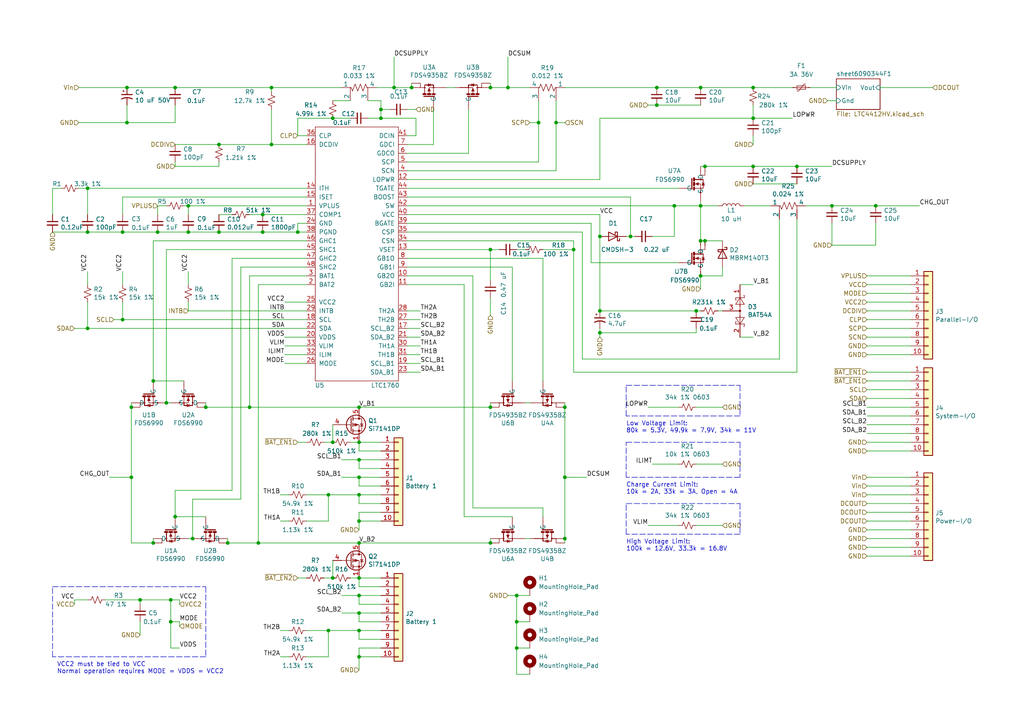
<source format=kicad_sch>
(kicad_sch (version 20211123) (generator eeschema)
  (paper "A4")
  (title_block (title "LTC1760 Module") (date "2023-02-05") (rev "A"))
  (junction (at 149.86 172.72))
  (junction (at 96.52 128.27))
  (junction (at 36.83 25.4))
  (junction (at 110.49 34.29))
  (junction (at 147.32 25.4))
  (junction (at 66.04 157.48))
  (junction (at 104.14 190.5))
  (junction (at 190.5 30.48))
  (junction (at 104.14 151.13))
  (junction (at 114.3 25.4))
  (junction (at 254 59.69))
  (junction (at 86.36 67.31))
  (junction (at 241.3 59.69))
  (junction (at 166.37 72.39))
  (junction (at 104.14 177.8))
  (junction (at 182.88 68.58))
  (junction (at 35.56 67.31))
  (junction (at 63.5 41.91))
  (junction (at 25.4 67.31))
  (junction (at 163.83 156.21))
  (junction (at 195.58 59.69))
  (junction (at 104.14 128.27))
  (junction (at 104.14 172.72))
  (junction (at 54.61 59.69))
  (junction (at 45.72 67.31))
  (junction (at 142.24 72.39))
  (junction (at 72.39 118.11))
  (junction (at 173.99 96.52))
  (junction (at 63.5 67.31))
  (junction (at 119.38 25.4))
  (junction (at 76.2 67.31))
  (junction (at 104.14 133.35))
  (junction (at 142.24 118.11))
  (junction (at 203.2 25.4))
  (junction (at 163.83 138.43))
  (junction (at 36.83 35.56))
  (junction (at 76.2 62.23))
  (junction (at 201.93 90.17))
  (junction (at 49.53 173.99))
  (junction (at 25.4 54.61))
  (junction (at 50.8 149.86))
  (junction (at 104.14 182.88))
  (junction (at 44.45 110.49))
  (junction (at 204.47 69.85))
  (junction (at 156.21 35.56))
  (junction (at 40.64 173.99))
  (junction (at 59.69 118.11))
  (junction (at 149.86 180.34))
  (junction (at 44.45 157.48))
  (junction (at 110.49 31.75))
  (junction (at 218.44 25.4))
  (junction (at 54.61 67.31))
  (junction (at 104.14 143.51))
  (junction (at 48.26 116.84))
  (junction (at 25.4 95.25))
  (junction (at 190.5 25.4))
  (junction (at 35.56 92.71))
  (junction (at 38.1 118.11))
  (junction (at 203.2 59.69))
  (junction (at 203.2 69.85))
  (junction (at 231.14 48.26))
  (junction (at 78.74 25.4))
  (junction (at 142.24 157.48))
  (junction (at 173.99 90.17))
  (junction (at 142.24 25.4))
  (junction (at 218.44 48.26))
  (junction (at 96.52 34.29))
  (junction (at 104.14 157.48))
  (junction (at 203.2 80.01))
  (junction (at 78.74 41.91))
  (junction (at 96.52 167.64))
  (junction (at 38.1 138.43))
  (junction (at 104.14 138.43))
  (junction (at 95.25 143.51))
  (junction (at 163.83 118.11))
  (junction (at 49.53 180.34))
  (junction (at 74.93 157.48))
  (junction (at 104.14 167.64))
  (junction (at 50.8 25.4))
  (junction (at 95.25 182.88))
  (junction (at 55.88 156.21))
  (junction (at 104.14 118.11))
  (junction (at 204.47 48.26))
  (junction (at 218.44 34.29))
  (junction (at 173.99 68.58))
  (junction (at 161.29 35.56))
  (junction (at 149.86 187.96))
  (wire (pts (xy 149.86 195.58) (xy 153.67 195.58)))
  (wire (pts (xy 147.32 25.4) (xy 147.32 16.51)))
  (wire (pts (xy 104.14 182.88) (xy 95.25 182.88)))
  (wire (pts (xy 66.04 156.21) (xy 66.04 157.48)))
  (wire (pts (xy 69.85 144.78) (xy 69.85 77.47)))
  (wire (pts (xy 104.14 118.11) (xy 142.24 118.11)))
  (wire (pts (xy 36.83 35.56) (xy 50.8 35.56)))
  (wire (pts (xy 170.18 138.43) (xy 163.83 138.43)))
  (wire (pts (xy 99.06 133.35) (xy 104.14 133.35)))
  (polyline (pts (xy 181.61 128.27) (xy 214.63 128.27)))
  (wire (pts (xy 49.53 180.34) (xy 49.53 173.99)))
  (wire (pts (xy 101.6 29.21) (xy 96.52 29.21)))
  (wire (pts (xy 182.88 57.15) (xy 182.88 68.58)))
  (wire (pts (xy 231.14 53.34) (xy 218.44 53.34)))
  (wire (pts (xy 166.37 69.85) (xy 166.37 72.39)))
  (wire (pts (xy 152.4 116.84) (xy 153.67 116.84)))
  (wire (pts (xy 104.14 167.64) (xy 101.6 167.64)))
  (wire (pts (xy 251.46 146.05) (xy 264.16 146.05)))
  (wire (pts (xy 203.2 58.42) (xy 203.2 59.69)))
  (wire (pts (xy 142.24 24.13) (xy 142.24 25.4)))
  (wire (pts (xy 104.14 172.72) (xy 110.49 172.72)))
  (wire (pts (xy 88.9 190.5) (xy 95.25 190.5)))
  (wire (pts (xy 113.03 31.75) (xy 110.49 31.75)))
  (wire (pts (xy 189.23 68.58) (xy 195.58 68.58)))
  (wire (pts (xy 78.74 41.91) (xy 88.9 41.91)))
  (wire (pts (xy 110.49 29.21) (xy 110.49 31.75)))
  (wire (pts (xy 201.93 134.62) (xy 209.55 134.62)))
  (wire (pts (xy 195.58 59.69) (xy 203.2 59.69)))
  (wire (pts (xy 35.56 57.15) (xy 35.56 62.23)))
  (wire (pts (xy 110.49 185.42) (xy 104.14 185.42)))
  (wire (pts (xy 63.5 46.99) (xy 63.5 48.26)))
  (wire (pts (xy 110.49 31.75) (xy 110.49 34.29)))
  (wire (pts (xy 104.14 190.5) (xy 104.14 194.31)))
  (wire (pts (xy 99.06 25.4) (xy 78.74 25.4)))
  (wire (pts (xy 218.44 25.4) (xy 229.87 25.4)))
  (wire (pts (xy 251.46 130.81) (xy 264.16 130.81)))
  (wire (pts (xy 44.45 156.21) (xy 44.45 157.48)))
  (wire (pts (xy 38.1 157.48) (xy 44.45 157.48)))
  (wire (pts (xy 50.8 46.99) (xy 50.8 48.26)))
  (wire (pts (xy 148.59 149.86) (xy 134.62 149.86)))
  (wire (pts (xy 121.92 107.95) (xy 118.11 107.95)))
  (wire (pts (xy 168.91 104.14) (xy 168.91 67.31)))
  (wire (pts (xy 135.89 44.45) (xy 118.11 44.45)))
  (wire (pts (xy 53.34 110.49) (xy 44.45 110.49)))
  (wire (pts (xy 171.45 76.2) (xy 196.85 76.2)))
  (wire (pts (xy 148.59 110.49) (xy 148.59 77.47)))
  (wire (pts (xy 54.61 90.17) (xy 54.61 87.63)))
  (wire (pts (xy 88.9 54.61) (xy 25.4 54.61)))
  (wire (pts (xy 74.93 157.48) (xy 104.14 157.48)))
  (wire (pts (xy 40.64 173.99) (xy 30.48 173.99)))
  (wire (pts (xy 110.49 151.13) (xy 104.14 151.13)))
  (wire (pts (xy 240.03 29.21) (xy 242.57 29.21)))
  (wire (pts (xy 54.61 67.31) (xy 63.5 67.31)))
  (wire (pts (xy 88.9 57.15) (xy 35.56 57.15)))
  (wire (pts (xy 48.26 116.84) (xy 49.53 116.84)))
  (wire (pts (xy 104.14 140.97) (xy 110.49 140.97)))
  (polyline (pts (xy 214.63 111.76) (xy 214.63 120.65)))
  (wire (pts (xy 218.44 39.37) (xy 218.44 41.91)))
  (wire (pts (xy 25.4 95.25) (xy 21.59 95.25)))
  (wire (pts (xy 110.49 34.29) (xy 120.65 34.29)))
  (wire (pts (xy 78.74 31.75) (xy 78.74 41.91)))
  (wire (pts (xy 38.1 138.43) (xy 38.1 157.48)))
  (wire (pts (xy 144.78 72.39) (xy 142.24 72.39)))
  (wire (pts (xy 166.37 72.39) (xy 166.37 107.95)))
  (wire (pts (xy 78.74 25.4) (xy 78.74 26.67)))
  (wire (pts (xy 251.46 143.51) (xy 264.16 143.51)))
  (wire (pts (xy 251.46 110.49) (xy 264.16 110.49)))
  (wire (pts (xy 110.49 143.51) (xy 104.14 143.51)))
  (wire (pts (xy 163.83 138.43) (xy 163.83 156.21)))
  (wire (pts (xy 118.11 57.15) (xy 182.88 57.15)))
  (wire (pts (xy 251.46 97.79) (xy 264.16 97.79)))
  (wire (pts (xy 54.61 90.17) (xy 88.9 90.17)))
  (wire (pts (xy 251.46 113.03) (xy 264.16 113.03)))
  (wire (pts (xy 40.64 175.26) (xy 40.64 173.99)))
  (wire (pts (xy 86.36 67.31) (xy 88.9 67.31)))
  (wire (pts (xy 118.11 62.23) (xy 173.99 62.23)))
  (wire (pts (xy 149.86 72.39) (xy 152.4 72.39)))
  (wire (pts (xy 21.59 173.99) (xy 21.59 175.26)))
  (wire (pts (xy 110.49 190.5) (xy 104.14 190.5)))
  (wire (pts (xy 203.2 80.01) (xy 209.55 80.01)))
  (wire (pts (xy 156.21 35.56) (xy 156.21 46.99)))
  (wire (pts (xy 36.83 25.4) (xy 22.86 25.4)))
  (wire (pts (xy 35.56 92.71) (xy 88.9 92.71)))
  (wire (pts (xy 48.26 72.39) (xy 88.9 72.39)))
  (wire (pts (xy 106.68 29.21) (xy 110.49 29.21)))
  (wire (pts (xy 135.89 31.75) (xy 135.89 44.45)))
  (wire (pts (xy 203.2 25.4) (xy 190.5 25.4)))
  (wire (pts (xy 49.53 180.34) (xy 49.53 187.96)))
  (wire (pts (xy 251.46 90.17) (xy 264.16 90.17)))
  (wire (pts (xy 88.9 62.23) (xy 76.2 62.23)))
  (wire (pts (xy 203.2 59.69) (xy 203.2 69.85)))
  (wire (pts (xy 49.53 187.96) (xy 52.07 187.96)))
  (wire (pts (xy 44.45 69.85) (xy 88.9 69.85)))
  (wire (pts (xy 17.78 54.61) (xy 15.24 54.61)))
  (wire (pts (xy 48.26 59.69) (xy 45.72 59.69)))
  (wire (pts (xy 110.49 148.59) (xy 104.14 148.59)))
  (wire (pts (xy 104.14 148.59) (xy 104.14 151.13)))
  (wire (pts (xy 104.14 138.43) (xy 110.49 138.43)))
  (wire (pts (xy 201.93 90.17) (xy 203.2 90.17)))
  (wire (pts (xy 88.9 59.69) (xy 54.61 59.69)))
  (wire (pts (xy 241.3 59.69) (xy 254 59.69)))
  (polyline (pts (xy 181.61 154.94) (xy 181.61 146.05)))
  (wire (pts (xy 204.47 69.85) (xy 209.55 69.85)))
  (wire (pts (xy 251.46 107.95) (xy 264.16 107.95)))
  (wire (pts (xy 214.63 82.55) (xy 218.44 82.55)))
  (wire (pts (xy 55.88 156.21) (xy 55.88 144.78)))
  (wire (pts (xy 104.14 167.64) (xy 110.49 167.64)))
  (wire (pts (xy 187.96 118.11) (xy 196.85 118.11)))
  (wire (pts (xy 31.75 138.43) (xy 38.1 138.43)))
  (wire (pts (xy 106.68 34.29) (xy 110.49 34.29)))
  (wire (pts (xy 118.11 31.75) (xy 120.65 31.75)))
  (wire (pts (xy 96.52 34.29) (xy 86.36 34.29)))
  (wire (pts (xy 251.46 80.01) (xy 264.16 80.01)))
  (wire (pts (xy 251.46 161.29) (xy 264.16 161.29)))
  (wire (pts (xy 104.14 143.51) (xy 95.25 143.51)))
  (wire (pts (xy 166.37 107.95) (xy 231.14 107.95)))
  (wire (pts (xy 93.98 167.64) (xy 96.52 167.64)))
  (wire (pts (xy 72.39 62.23) (xy 76.2 62.23)))
  (wire (pts (xy 195.58 68.58) (xy 195.58 59.69)))
  (wire (pts (xy 168.91 104.14) (xy 226.06 104.14)))
  (wire (pts (xy 35.56 82.55) (xy 35.56 78.74)))
  (wire (pts (xy 109.22 25.4) (xy 114.3 25.4)))
  (wire (pts (xy 118.11 64.77) (xy 171.45 64.77)))
  (wire (pts (xy 142.24 156.21) (xy 142.24 157.48)))
  (wire (pts (xy 35.56 92.71) (xy 33.02 92.71)))
  (wire (pts (xy 118.11 95.25) (xy 121.92 95.25)))
  (wire (pts (xy 204.47 69.85) (xy 203.2 69.85)))
  (wire (pts (xy 45.72 59.69) (xy 45.72 62.23)))
  (wire (pts (xy 118.11 100.33) (xy 121.92 100.33)))
  (wire (pts (xy 231.14 48.26) (xy 241.3 48.26)))
  (wire (pts (xy 104.14 180.34) (xy 110.49 180.34)))
  (polyline (pts (xy 214.63 154.94) (xy 181.61 154.94)))
  (wire (pts (xy 82.55 87.63) (xy 88.9 87.63)))
  (wire (pts (xy 95.25 190.5) (xy 95.25 182.88)))
  (wire (pts (xy 251.46 92.71) (xy 264.16 92.71)))
  (wire (pts (xy 118.11 92.71) (xy 121.92 92.71)))
  (wire (pts (xy 50.8 25.4) (xy 36.83 25.4)))
  (wire (pts (xy 201.93 95.25) (xy 201.93 96.52)))
  (wire (pts (xy 38.1 118.11) (xy 38.1 138.43)))
  (polyline (pts (xy 59.69 190.5) (xy 15.24 190.5)))
  (wire (pts (xy 209.55 80.01) (xy 209.55 77.47)))
  (wire (pts (xy 104.14 177.8) (xy 110.49 177.8)))
  (wire (pts (xy 25.4 54.61) (xy 25.4 62.23)))
  (wire (pts (xy 251.46 82.55) (xy 264.16 82.55)))
  (wire (pts (xy 201.93 152.4) (xy 209.55 152.4)))
  (wire (pts (xy 231.14 63.5) (xy 231.14 107.95)))
  (wire (pts (xy 95.25 143.51) (xy 88.9 143.51)))
  (wire (pts (xy 173.99 62.23) (xy 173.99 68.58)))
  (polyline (pts (xy 214.63 120.65) (xy 181.61 120.65)))
  (wire (pts (xy 104.14 135.89) (xy 110.49 135.89)))
  (wire (pts (xy 72.39 118.11) (xy 104.14 118.11)))
  (wire (pts (xy 104.14 185.42) (xy 104.14 182.88)))
  (wire (pts (xy 226.06 63.5) (xy 226.06 104.14)))
  (wire (pts (xy 251.46 151.13) (xy 264.16 151.13)))
  (wire (pts (xy 152.4 156.21) (xy 153.67 156.21)))
  (wire (pts (xy 254 71.12) (xy 241.3 71.12)))
  (wire (pts (xy 86.36 39.37) (xy 88.9 39.37)))
  (wire (pts (xy 110.49 187.96) (xy 104.14 187.96)))
  (wire (pts (xy 142.24 86.36) (xy 142.24 91.44)))
  (wire (pts (xy 72.39 118.11) (xy 72.39 80.01)))
  (wire (pts (xy 125.73 41.91) (xy 118.11 41.91)))
  (wire (pts (xy 163.83 118.11) (xy 163.83 138.43)))
  (wire (pts (xy 104.14 128.27) (xy 104.14 130.81)))
  (wire (pts (xy 81.28 190.5) (xy 83.82 190.5)))
  (polyline (pts (xy 181.61 120.65) (xy 181.61 111.76)))
  (wire (pts (xy 50.8 35.56) (xy 50.8 30.48)))
  (wire (pts (xy 251.46 123.19) (xy 264.16 123.19)))
  (wire (pts (xy 88.9 64.77) (xy 86.36 64.77)))
  (wire (pts (xy 173.99 68.58) (xy 173.99 90.17)))
  (wire (pts (xy 251.46 85.09) (xy 264.16 85.09)))
  (wire (pts (xy 161.29 49.53) (xy 161.29 35.56)))
  (wire (pts (xy 187.96 152.4) (xy 196.85 152.4)))
  (wire (pts (xy 40.64 173.99) (xy 49.53 173.99)))
  (wire (pts (xy 96.52 167.64) (xy 96.52 162.56)))
  (polyline (pts (xy 59.69 170.18) (xy 59.69 190.5)))
  (wire (pts (xy 55.88 144.78) (xy 69.85 144.78)))
  (wire (pts (xy 255.27 25.4) (xy 270.51 25.4)))
  (wire (pts (xy 35.56 92.71) (xy 35.56 87.63)))
  (wire (pts (xy 208.28 90.17) (xy 209.55 90.17)))
  (wire (pts (xy 88.9 151.13) (xy 95.25 151.13)))
  (wire (pts (xy 86.36 34.29) (xy 86.36 39.37)))
  (wire (pts (xy 67.31 142.24) (xy 67.31 74.93)))
  (wire (pts (xy 157.48 72.39) (xy 166.37 72.39)))
  (wire (pts (xy 163.83 35.56) (xy 161.29 35.56)))
  (wire (pts (xy 156.21 29.21) (xy 156.21 35.56)))
  (wire (pts (xy 69.85 77.47) (xy 88.9 77.47)))
  (wire (pts (xy 118.11 105.41) (xy 121.92 105.41)))
  (wire (pts (xy 54.61 78.74) (xy 54.61 82.55)))
  (wire (pts (xy 251.46 140.97) (xy 264.16 140.97)))
  (wire (pts (xy 110.49 170.18) (xy 104.14 170.18)))
  (wire (pts (xy 59.69 116.84) (xy 59.69 118.11)))
  (wire (pts (xy 104.14 138.43) (xy 104.14 140.97)))
  (wire (pts (xy 203.2 80.01) (xy 203.2 83.82)))
  (wire (pts (xy 50.8 41.91) (xy 63.5 41.91)))
  (wire (pts (xy 101.6 34.29) (xy 96.52 34.29)))
  (wire (pts (xy 95.25 151.13) (xy 95.25 143.51)))
  (wire (pts (xy 251.46 120.65) (xy 264.16 120.65)))
  (wire (pts (xy 44.45 110.49) (xy 44.45 69.85)))
  (wire (pts (xy 49.53 173.99) (xy 52.07 173.99)))
  (wire (pts (xy 96.52 128.27) (xy 93.98 128.27)))
  (wire (pts (xy 110.49 182.88) (xy 104.14 182.88)))
  (wire (pts (xy 118.11 72.39) (xy 142.24 72.39)))
  (wire (pts (xy 54.61 59.69) (xy 54.61 62.23)))
  (wire (pts (xy 104.14 157.48) (xy 142.24 157.48)))
  (wire (pts (xy 99.06 177.8) (xy 104.14 177.8)))
  (wire (pts (xy 59.69 149.86) (xy 50.8 149.86)))
  (wire (pts (xy 74.93 157.48) (xy 74.93 82.55)))
  (wire (pts (xy 22.86 54.61) (xy 25.4 54.61)))
  (wire (pts (xy 203.2 25.4) (xy 218.44 25.4)))
  (polyline (pts (xy 15.24 170.18) (xy 59.69 170.18)))
  (wire (pts (xy 35.56 67.31) (xy 45.72 67.31)))
  (wire (pts (xy 134.62 149.86) (xy 134.62 82.55)))
  (wire (pts (xy 54.61 59.69) (xy 53.34 59.69)))
  (wire (pts (xy 168.91 67.31) (xy 118.11 67.31)))
  (wire (pts (xy 86.36 128.27) (xy 88.9 128.27)))
  (wire (pts (xy 251.46 138.43) (xy 264.16 138.43)))
  (wire (pts (xy 181.61 68.58) (xy 182.88 68.58)))
  (wire (pts (xy 63.5 48.26) (xy 50.8 48.26)))
  (wire (pts (xy 153.67 35.56) (xy 156.21 35.56)))
  (wire (pts (xy 173.99 90.17) (xy 201.93 90.17)))
  (wire (pts (xy 147.32 172.72) (xy 149.86 172.72)))
  (wire (pts (xy 182.88 68.58) (xy 184.15 68.58)))
  (wire (pts (xy 121.92 102.87) (xy 118.11 102.87)))
  (wire (pts (xy 63.5 41.91) (xy 78.74 41.91)))
  (wire (pts (xy 104.14 133.35) (xy 104.14 135.89)))
  (wire (pts (xy 251.46 102.87) (xy 264.16 102.87)))
  (wire (pts (xy 104.14 128.27) (xy 101.6 128.27)))
  (wire (pts (xy 149.86 172.72) (xy 153.67 172.72)))
  (wire (pts (xy 173.99 96.52) (xy 173.99 97.79)))
  (wire (pts (xy 137.16 147.32) (xy 137.16 80.01)))
  (wire (pts (xy 96.52 128.27) (xy 96.52 123.19)))
  (wire (pts (xy 251.46 158.75) (xy 264.16 158.75)))
  (wire (pts (xy 157.48 149.86) (xy 157.48 147.32)))
  (wire (pts (xy 120.65 39.37) (xy 118.11 39.37)))
  (wire (pts (xy 25.4 82.55) (xy 25.4 78.74)))
  (wire (pts (xy 157.48 110.49) (xy 157.48 74.93)))
  (wire (pts (xy 81.28 151.13) (xy 83.82 151.13)))
  (wire (pts (xy 251.46 118.11) (xy 264.16 118.11)))
  (wire (pts (xy 251.46 153.67) (xy 264.16 153.67)))
  (wire (pts (xy 142.24 25.4) (xy 147.32 25.4)))
  (wire (pts (xy 40.64 180.34) (xy 40.64 184.15)))
  (wire (pts (xy 36.83 30.48) (xy 36.83 35.56)))
  (wire (pts (xy 118.11 52.07) (xy 173.99 52.07)))
  (polyline (pts (xy 181.61 146.05) (xy 214.63 146.05)))
  (wire (pts (xy 114.3 25.4) (xy 119.38 25.4)))
  (wire (pts (xy 157.48 74.93) (xy 118.11 74.93)))
  (wire (pts (xy 161.29 35.56) (xy 161.29 29.21)))
  (wire (pts (xy 134.62 82.55) (xy 118.11 82.55)))
  (wire (pts (xy 82.55 102.87) (xy 88.9 102.87)))
  (wire (pts (xy 118.11 49.53) (xy 161.29 49.53)))
  (wire (pts (xy 231.14 48.26) (xy 218.44 48.26)))
  (wire (pts (xy 63.5 67.31) (xy 76.2 67.31)))
  (wire (pts (xy 251.46 148.59) (xy 264.16 148.59)))
  (wire (pts (xy 50.8 142.24) (xy 67.31 142.24)))
  (wire (pts (xy 45.72 67.31) (xy 54.61 67.31)))
  (wire (pts (xy 203.2 30.48) (xy 190.5 30.48)))
  (wire (pts (xy 215.9 59.69) (xy 223.52 59.69)))
  (wire (pts (xy 38.1 116.84) (xy 38.1 118.11)))
  (wire (pts (xy 25.4 95.25) (xy 88.9 95.25)))
  (wire (pts (xy 173.99 96.52) (xy 201.93 96.52)))
  (wire (pts (xy 251.46 87.63) (xy 264.16 87.63)))
  (wire (pts (xy 59.69 118.11) (xy 72.39 118.11)))
  (wire (pts (xy 163.83 156.21) (xy 163.83 157.48)))
  (wire (pts (xy 251.46 100.33) (xy 264.16 100.33)))
  (wire (pts (xy 201.93 118.11) (xy 209.55 118.11)))
  (polyline (pts (xy 214.63 146.05) (xy 214.63 154.94)))
  (wire (pts (xy 104.14 172.72) (xy 104.14 175.26)))
  (wire (pts (xy 173.99 34.29) (xy 218.44 34.29)))
  (wire (pts (xy 25.4 95.25) (xy 25.4 87.63)))
  (wire (pts (xy 251.46 128.27) (xy 264.16 128.27)))
  (wire (pts (xy 203.2 48.26) (xy 204.47 48.26)))
  (wire (pts (xy 95.25 182.88) (xy 88.9 182.88)))
  (wire (pts (xy 208.28 59.69) (xy 203.2 59.69)))
  (wire (pts (xy 119.38 24.13) (xy 119.38 25.4)))
  (wire (pts (xy 254 64.77) (xy 254 71.12)))
  (wire (pts (xy 149.86 172.72) (xy 149.86 180.34)))
  (wire (pts (xy 82.55 100.33) (xy 88.9 100.33)))
  (wire (pts (xy 110.49 128.27) (xy 104.14 128.27)))
  (wire (pts (xy 149.86 187.96) (xy 149.86 195.58)))
  (wire (pts (xy 241.3 64.77) (xy 241.3 71.12)))
  (wire (pts (xy 76.2 67.31) (xy 86.36 67.31)))
  (wire (pts (xy 251.46 95.25) (xy 264.16 95.25)))
  (wire (pts (xy 173.99 95.25) (xy 173.99 96.52)))
  (wire (pts (xy 104.14 175.26) (xy 110.49 175.26)))
  (wire (pts (xy 149.86 180.34) (xy 153.67 180.34)))
  (polyline (pts (xy 15.24 190.5) (xy 15.24 170.18)))
  (wire (pts (xy 229.87 34.29) (xy 218.44 34.29)))
  (wire (pts (xy 118.11 69.85) (xy 166.37 69.85)))
  (wire (pts (xy 99.06 138.43) (xy 104.14 138.43)))
  (wire (pts (xy 52.07 173.99) (xy 52.07 175.26)))
  (wire (pts (xy 15.24 67.31) (xy 25.4 67.31)))
  (wire (pts (xy 156.21 46.99) (xy 118.11 46.99)))
  (wire (pts (xy 78.74 25.4) (xy 50.8 25.4)))
  (wire (pts (xy 81.28 182.88) (xy 83.82 182.88)))
  (wire (pts (xy 86.36 64.77) (xy 86.36 67.31)))
  (wire (pts (xy 147.32 25.4) (xy 153.67 25.4)))
  (wire (pts (xy 54.61 156.21) (xy 55.88 156.21)))
  (wire (pts (xy 214.63 97.79) (xy 218.44 97.79)))
  (wire (pts (xy 82.55 97.79) (xy 88.9 97.79)))
  (wire (pts (xy 99.06 172.72) (xy 104.14 172.72)))
  (wire (pts (xy 66.04 157.48) (xy 74.93 157.48)))
  (wire (pts (xy 149.86 187.96) (xy 153.67 187.96)))
  (wire (pts (xy 137.16 80.01) (xy 118.11 80.01)))
  (wire (pts (xy 218.44 30.48) (xy 218.44 34.29)))
  (wire (pts (xy 21.59 173.99) (xy 25.4 173.99)))
  (wire (pts (xy 81.28 143.51) (xy 83.82 143.51)))
  (wire (pts (xy 129.54 25.4) (xy 132.08 25.4)))
  (wire (pts (xy 25.4 67.31) (xy 35.56 67.31)))
  (wire (pts (xy 104.14 170.18) (xy 104.14 167.64)))
  (wire (pts (xy 104.14 130.81) (xy 110.49 130.81)))
  (wire (pts (xy 190.5 25.4) (xy 163.83 25.4)))
  (wire (pts (xy 86.36 167.64) (xy 88.9 167.64)))
  (wire (pts (xy 50.8 149.86) (xy 50.8 142.24)))
  (wire (pts (xy 74.93 82.55) (xy 88.9 82.55)))
  (wire (pts (xy 104.14 187.96) (xy 104.14 190.5)))
  (wire (pts (xy 118.11 59.69) (xy 195.58 59.69)))
  (wire (pts (xy 157.48 147.32) (xy 137.16 147.32)))
  (wire (pts (xy 118.11 54.61) (xy 196.85 54.61)))
  (wire (pts (xy 148.59 77.47) (xy 118.11 77.47)))
  (wire (pts (xy 22.86 35.56) (xy 36.83 35.56)))
  (wire (pts (xy 149.86 180.34) (xy 149.86 187.96)))
  (wire (pts (xy 52.07 180.34) (xy 52.07 181.61)))
  (wire (pts (xy 67.31 62.23) (xy 63.5 62.23)))
  (wire (pts (xy 254 59.69) (xy 266.7 59.69)))
  (wire (pts (xy 52.07 180.34) (xy 49.53 180.34)))
  (wire (pts (xy 189.23 134.62) (xy 196.85 134.62)))
  (wire (pts (xy 251.46 156.21) (xy 264.16 156.21)))
  (wire (pts (xy 104.14 146.05) (xy 104.14 143.51)))
  (wire (pts (xy 104.14 133.35) (xy 110.49 133.35)))
  (wire (pts (xy 233.68 59.69) (xy 241.3 59.69)))
  (wire (pts (xy 88.9 80.01) (xy 72.39 80.01)))
  (wire (pts (xy 104.14 151.13) (xy 104.14 153.67)))
  (polyline (pts (xy 181.61 138.43) (xy 181.61 128.27)))
  (wire (pts (xy 251.46 115.57) (xy 264.16 115.57)))
  (wire (pts (xy 88.9 105.41) (xy 82.55 105.41)))
  (polyline (pts (xy 214.63 138.43) (xy 181.61 138.43)))
  (wire (pts (xy 142.24 116.84) (xy 142.24 118.11)))
  (wire (pts (xy 118.11 90.17) (xy 121.92 90.17)))
  (wire (pts (xy 251.46 125.73) (xy 264.16 125.73)))
  (wire (pts (xy 15.24 54.61) (xy 15.24 62.23)))
  (wire (pts (xy 234.95 25.4) (xy 242.57 25.4)))
  (wire (pts (xy 118.11 97.79) (xy 121.92 97.79)))
  (wire (pts (xy 48.26 116.84) (xy 48.26 72.39)))
  (wire (pts (xy 114.3 16.51) (xy 114.3 25.4)))
  (wire (pts (xy 218.44 48.26) (xy 204.47 48.26)))
  (wire (pts (xy 125.73 31.75) (xy 125.73 41.91)))
  (wire (pts (xy 67.31 74.93) (xy 88.9 74.93)))
  (wire (pts (xy 104.14 177.8) (xy 104.14 180.34)))
  (wire (pts (xy 171.45 64.77) (xy 171.45 76.2)))
  (wire (pts (xy 120.65 34.29) (xy 120.65 39.37)))
  (wire (pts (xy 110.49 146.05) (xy 104.14 146.05)))
  (polyline (pts (xy 181.61 111.76) (xy 214.63 111.76)))
  (polyline (pts (xy 214.63 128.27) (xy 214.63 138.43)))
  (wire (pts (xy 142.24 72.39) (xy 142.24 81.28)))
  (wire (pts (xy 187.96 30.48) (xy 190.5 30.48)))
  (wire (pts (xy 173.99 52.07) (xy 173.99 34.29)))
  (wire (pts (xy 163.83 116.84) (xy 163.83 118.11)))
  (text "High Voltage Limit:\n100k = 12.6V, 33.3k = 16.8V" (at 181.61 160.02 0) (effects (font (size 1.27 1.27)) (justify left bottom)))
  (text "VCC2 must be tied to VCC\nNormal operation requires MODE = VDDS = VCC2" (at 16.51 195.58 0) (effects (font (size 1.27 1.27)) (justify left bottom)))
  (text "Charge Current Limit:\n10k = 2A, 33k = 3A, Open = 4A" (at 181.61 143.51 0) (effects (font (size 1.27 1.27)) (justify left bottom)))
  (text "Low Voltage Limit:\n80k = 5.3V, 49.9k = 7.9V, 34k = 11V" (at 181.61 125.73 0) (effects (font (size 1.27 1.27)) (justify left bottom)))
  (label "MODE" (at 82.55 105.41 180))
  (label "LOPWR" (at 187.96 118.11 180))
  (label "VCC2" (at 54.61 78.74 90))
  (label "TH2A" (at 81.28 190.5 180))
  (label "SCL_B1" (at 121.92 105.41 0))
  (label "SDA_B2" (at 121.92 97.79 0))
  (label "V_B2" (at 104.14 157.48 0))
  (label "SDA_B2" (at 251.46 125.73 180))
  (label "VCC2" (at 35.56 78.74 90))
  (label "V_B1" (at 104.14 118.11 0))
  (label "SCL" (at 82.55 92.71 180))
  (label "TH1B" (at 121.92 102.87 0))
  (label "TH1A" (at 121.92 100.33 0))
  (label "CHG_OUT" (at 266.7 59.69 0))
  (label "SCL_B2" (at 99.06 172.72 180))
  (label "VCC" (at 173.99 62.23 0))
  (label "VDDS" (at 52.07 187.96 0))
  (label "V_B1" (at 218.44 82.55 0))
  (label "DCSUPPLY" (at 241.3 48.26 0))
  (label "ILIMT" (at 82.55 102.87 180))
  (label "SCL_B2" (at 121.92 95.25 0))
  (label "LOPWR" (at 229.87 34.29 0))
  (label "CHG_OUT" (at 31.75 138.43 180))
  (label "VDDS" (at 82.55 97.79 180))
  (label "TH1B" (at 81.28 143.51 180))
  (label "TH2A" (at 121.92 90.17 0))
  (label "TH2B" (at 121.92 92.71 0))
  (label "MODE" (at 52.07 180.34 0))
  (label "VCC2" (at 25.4 78.74 90))
  (label "SDA_B1" (at 99.06 138.43 180))
  (label "VLIM" (at 82.55 100.33 180))
  (label "VCC" (at 21.59 173.99 180))
  (label "V_B2" (at 218.44 97.79 0))
  (label "SDA_B1" (at 251.46 120.65 180))
  (label "TH2B" (at 81.28 182.88 180))
  (label "SDA_B1" (at 121.92 107.95 0))
  (label "SDA" (at 82.55 95.25 180))
  (label "SCL_B1" (at 251.46 118.11 180))
  (label "TH1A" (at 81.28 151.13 180))
  (label "SDA_B2" (at 99.06 177.8 180))
  (label "INTB" (at 82.55 90.17 180))
  (label "VCC2" (at 82.55 87.63 180))
  (label "SCL_B1" (at 99.06 133.35 180))
  (label "SCL_B2" (at 251.46 123.19 180))
  (label "DCSUM" (at 170.18 138.43 0))
  (label "ILIMT" (at 189.23 134.62 180))
  (label "VLIM" (at 187.96 152.4 180))
  (label "DCSUM" (at 147.32 16.51 0))
  (label "DCSUPPLY" (at 114.3 16.51 0))
  (label "VCC2" (at 52.07 173.99 0))
  (hierarchical_label "GND" (shape input) (at 251.46 128.27 180))
  (hierarchical_label "GND" (shape input) (at 22.86 35.56 180))
  (hierarchical_label "Vin" (shape input) (at 22.86 25.4 180))
  (hierarchical_label "GND" (shape input) (at 142.24 91.44 270))
  (hierarchical_label "DCDIV" (shape input) (at 251.46 90.17 180))
  (hierarchical_label "GND" (shape input) (at 209.55 134.62 0))
  (hierarchical_label "CLP" (shape input) (at 86.36 39.37 180))
  (hierarchical_label "~{BAT_EN2}" (shape input) (at 86.36 167.64 180))
  (hierarchical_label "SDA" (shape input) (at 21.59 95.25 180))
  (hierarchical_label "GND" (shape input) (at 209.55 118.11 0))
  (hierarchical_label "GND" (shape input) (at 147.32 172.72 180))
  (hierarchical_label "GND" (shape input) (at 251.46 161.29 180))
  (hierarchical_label "GND" (shape input) (at 251.46 130.81 180))
  (hierarchical_label "~{BAT_EN1}" (shape input) (at 251.46 110.49 180))
  (hierarchical_label "GND" (shape input) (at 251.46 158.75 180))
  (hierarchical_label "MODE" (shape input) (at 251.46 85.09 180))
  (hierarchical_label "GND" (shape input) (at 104.14 194.31 180))
  (hierarchical_label "GND" (shape input) (at 218.44 53.34 180))
  (hierarchical_label "VPLUS" (shape input) (at 251.46 80.01 180))
  (hierarchical_label "GND" (shape input) (at 251.46 102.87 180))
  (hierarchical_label "~{BAT_EN1}" (shape input) (at 251.46 107.95 180))
  (hierarchical_label "GND" (shape input) (at 240.03 29.21 180))
  (hierarchical_label "GND" (shape input) (at 218.44 41.91 180))
  (hierarchical_label "GND" (shape input) (at 15.24 67.31 270))
  (hierarchical_label "SCP" (shape input) (at 251.46 95.25 180))
  (hierarchical_label "Vin" (shape input) (at 251.46 140.97 180))
  (hierarchical_label "SDA" (shape input) (at 251.46 115.57 180))
  (hierarchical_label "GND" (shape input) (at 104.14 153.67 180))
  (hierarchical_label "VCC2" (shape input) (at 251.46 87.63 180))
  (hierarchical_label "SCN" (shape input) (at 251.46 97.79 180))
  (hierarchical_label "GND" (shape input) (at 251.46 156.21 180))
  (hierarchical_label "GND" (shape input) (at 209.55 152.4 0))
  (hierarchical_label "CLP" (shape input) (at 251.46 92.71 180))
  (hierarchical_label "GND" (shape input) (at 241.3 71.12 180))
  (hierarchical_label "SCL" (shape input) (at 33.02 92.71 180))
  (hierarchical_label "Vin" (shape input) (at 251.46 143.51 180))
  (hierarchical_label "DCOUT" (shape input) (at 251.46 146.05 180))
  (hierarchical_label "SCL" (shape input) (at 251.46 113.03 180))
  (hierarchical_label "INTB" (shape input) (at 54.61 90.17 180))
  (hierarchical_label "GND" (shape input) (at 251.46 153.67 180))
  (hierarchical_label "DCOUT" (shape input) (at 251.46 148.59 180))
  (hierarchical_label "GND" (shape input) (at 173.99 97.79 270))
  (hierarchical_label "VCC" (shape input) (at 251.46 82.55 180))
  (hierarchical_label "GND" (shape input) (at 50.8 48.26 180))
  (hierarchical_label "VPLUS" (shape input) (at 45.72 59.69 180))
  (hierarchical_label "VCC2" (shape input) (at 52.07 175.26 0))
  (hierarchical_label "DCOUT" (shape input) (at 270.51 25.4 0))
  (hierarchical_label "SCN" (shape input) (at 163.83 35.56 0))
  (hierarchical_label "MODE" (shape input) (at 52.07 181.61 0))
  (hierarchical_label "GND" (shape input) (at 251.46 100.33 180))
  (hierarchical_label "VCC" (shape input) (at 21.59 175.26 180))
  (hierarchical_label "GND" (shape input) (at 203.2 83.82 180))
  (hierarchical_label "Vin" (shape input) (at 251.46 138.43 180))
  (hierarchical_label "DCOUT" (shape input) (at 251.46 151.13 180))
  (hierarchical_label "GND" (shape input) (at 187.96 30.48 180))
  (hierarchical_label "SCP" (shape input) (at 153.67 35.56 180))
  (hierarchical_label "GND" (shape input) (at 120.65 31.75 0))
  (hierarchical_label "DCDIV" (shape input) (at 50.8 41.91 180))
  (hierarchical_label "~{BAT_EN1}" (shape input) (at 86.36 128.27 180))
  (hierarchical_label "GND" (shape input) (at 40.64 184.15 180))
  (symbol (lib_id "ProjectDevices:LTC1760") (at 104.14 72.39 0) (unit 1)
    (property "Reference" "U5" (at 92.71 111.76 0))
    (property "Value" "LTC1760" (at 111.76 111.76 0))
    (property "Footprint" "Package_SO:TSSOP-48_6.1x12.5mm_P0.5mm" (effects hide))
  )
  (symbol (lib_id "ProjectDevices:FDS4935BZ") (at 124.46 25.4 90) (mirror x) (unit 1)
    (property "Reference" "U3" (at 124.46 19.5326 90))
    (property "Value" "FDS4935BZ" (at 124.46 21.844 90))
    (property "Footprint" "Package_SO:SO-8_3.9x4.9mm_P1.27mm" (effects hide))
    (property "Datasheet" "https://docs.google.com/presentation/d/19n4axSA5bAIxrN7nxZUAxGqdsjyp7uwdxvZKUIk3mGc/edit?usp=sharing" (effects hide))
    (property "Part Number" "FDS4935BZCT-ND" (effects hide))
    (property "Supplier" "Digikey" (effects hide))
    (property "Link" "https://www.digikey.com/product-detail/en/on-semiconductor/FDS4935BZ/FDS4935BZCT-ND/1154660" (effects hide))
  )
  (symbol (lib_id "ProjectDevices:FDS4935BZ") (at 158.75 156.21 270) (mirror x) (unit 2)
    (property "Reference" "U4" (at 158.75 162.0774 90))
    (property "Value" "FDS4935BZ" (at 158.75 159.766 90))
    (property "Footprint" "Package_SO:SO-8_3.9x4.9mm_P1.27mm" (effects hide))
    (property "Datasheet" "https://docs.google.com/presentation/d/19n4axSA5bAIxrN7nxZUAxGqdsjyp7uwdxvZKUIk3mGc/edit?usp=sharing" (effects hide))
    (property "Part Number" "FDS4935BZCT-ND" (effects hide))
    (property "Supplier" "Digikey" (effects hide))
    (property "Link" "https://www.digikey.com/product-detail/en/on-semiconductor/FDS4935BZ/FDS4935BZCT-ND/1154660" (effects hide))
  )
  (symbol (lib_id "ProjectDevices:FDS6990") (at 201.93 53.34 0) (unit 1)
    (property "Reference" "U7" (at 195.58 49.53 0))
    (property "Value" "FDS6990" (at 194.31 52.07 0))
    (property "Footprint" "Package_SO:SO-8_3.9x4.9mm_P1.27mm" (effects hide))
    (property "Datasheet" "https://www.onsemi.com/pub/Collateral/FDS6990A-D.pdf" (effects hide))
    (property "Part Number" "FDS6990ACT-ND" (effects hide))
    (property "Supplier" "Digikey" (effects hide))
    (property "Link" "https://www.digikey.com/product-detail/en/on-semiconductor/FDS6990A/FDS6990ACT-ND/965630" (effects hide))
  )
  (symbol (lib_id "ProjectDevices:FDS6990") (at 201.93 74.93 0) (unit 2)
    (property "Reference" "U7" (at 195.58 78.74 0) (effects (justify left)))
    (property "Value" "FDS6990" (at 194.31 81.28 0) (effects (justify left)))
    (property "Footprint" "Package_SO:SO-8_3.9x4.9mm_P1.27mm" (effects hide))
    (property "Datasheet" "https://www.onsemi.com/pub/Collateral/FDS6990A-D.pdf" (effects hide))
  )
  (symbol (lib_id "Device:R_Small_US") (at 86.36 143.51 270) (unit 1)
    (property "Reference" "R10" (at 86.36 140.97 90))
    (property "Value" "54.9k 1%" (at 86.36 146.05 90))
    (property "Footprint" "Resistor_SMD:R_0603_1608Metric" (effects hide))
    (property "Datasheet" "https://industrial.panasonic.com/cdbs/www-data/pdf/RDA0000/AOA0000C304.pdf" (effects hide))
    (property "Part Number" "P54.9KHCT-ND" (effects hide))
    (property "Supplier" "Digikey" (effects hide))
    (property "Link" "https://www.digikey.com/product-detail/en/panasonic-electronic-components/ERJ-3EKF5492V/P54-9KHCT-ND/198436" (effects hide))
  )
  (symbol (lib_id "Device:R_Small_US") (at 86.36 151.13 270) (unit 1)
    (property "Reference" "R11" (at 86.36 148.59 90))
    (property "Value" "1.13k 1%" (at 86.36 153.67 90))
    (property "Footprint" "Resistor_SMD:R_0603_1608Metric" (effects hide))
    (property "Datasheet" "https://industrial.panasonic.com/cdbs/www-https://industrial.panasonic.com/cdbs/www-data/pdf/RDA0000/AOA0000C304.pdf" (effects hide))
    (property "Part Number" "P1.13KLCT-ND" (effects hide))
    (property "Supplier" "Digikey" (effects hide))
    (property "Link" "https://www.digikey.com/product-detail/en/panasonic-electronic-components/ERJ-2RKF1131X/P1-13KLCT-ND/194092" (effects hide))
  )
  (symbol (lib_id "Device:R_Small_US") (at 86.36 182.88 270) (unit 1)
    (property "Reference" "R12" (at 86.36 180.34 90))
    (property "Value" "54.9k 1%" (at 86.36 185.42 90))
    (property "Footprint" "Resistor_SMD:R_0603_1608Metric" (effects hide))
    (property "Datasheet" "https://industrial.panasonic.com/cdbs/www-data/pdf/RDA0000/AOA0000C304.pdf" (effects hide))
    (property "Part Number" "P54.9KHCT-ND" (effects hide))
    (property "Supplier" "Digikey" (effects hide))
    (property "Link" "https://www.digikey.com/product-detail/en/panasonic-electronic-components/ERJ-3EKF5492V/P54-9KHCT-ND/198436" (effects hide))
  )
  (symbol (lib_id "Device:R_Small_US") (at 86.36 190.5 270) (unit 1)
    (property "Reference" "R13" (at 86.36 187.96 90))
    (property "Value" "1.13k 1%" (at 86.36 193.04 90))
    (property "Footprint" "Resistor_SMD:R_0603_1608Metric" (effects hide))
    (property "Datasheet" "https://industrial.panasonic.com/cdbs/www-https://industrial.panasonic.com/cdbs/www-data/pdf/RDA0000/AOA0000C304.pdf" (effects hide))
    (property "Part Number" "P1.13KLCT-ND" (effects hide))
    (property "Supplier" "Digikey" (effects hide))
    (property "Link" "https://www.digikey.com/product-detail/en/panasonic-electronic-components/ERJ-2RKF1131X/P1-13KLCT-ND/194092" (effects hide))
  )
  (symbol (lib_id "ProjectDevices:FDS6990") (at 49.53 154.94 90) (mirror x) (unit 1)
    (property "Reference" "U1" (at 49.53 159.7406 90))
    (property "Value" "FDS6990" (at 49.53 162.052 90))
    (property "Footprint" "Package_SO:SO-8_3.9x4.9mm_P1.27mm" (effects hide))
    (property "Datasheet" "https://www.onsemi.com/pub/Collateral/FDS6990A-D.pdf" (effects hide))
    (property "Part Number" "FDS6990ACT-ND" (effects hide))
    (property "Supplier" "Digikey" (effects hide))
    (property "Link" "https://www.digikey.com/product-detail/en/on-semiconductor/FDS6990A/FDS6990ACT-ND/965630" (effects hide))
  )
  (symbol (lib_id "ProjectDevices:FDS6990") (at 60.96 154.94 270) (unit 2)
    (property "Reference" "U2" (at 60.96 159.7406 90))
    (property "Value" "FDS6990" (at 60.96 162.052 90))
    (property "Footprint" "Package_SO:SO-8_3.9x4.9mm_P1.27mm" (effects hide))
    (property "Datasheet" "https://www.onsemi.com/pub/Collateral/FDS6990A-D.pdf" (effects hide))
  )
  (symbol (lib_id "ProjectDevices:FDS4935BZ") (at 147.32 156.21 90) (unit 1)
    (property "Reference" "U6" (at 147.32 162.0774 90))
    (property "Value" "FDS4935BZ" (at 147.32 159.766 90))
    (property "Footprint" "Package_SO:SO-8_3.9x4.9mm_P1.27mm" (effects hide))
    (property "Datasheet" "https://docs.google.com/presentation/d/19n4axSA5bAIxrN7nxZUAxGqdsjyp7uwdxvZKUIk3mGc/edit?usp=sharing" (effects hide))
    (property "Part Number" "FDS4935BZCT-ND" (effects hide))
    (property "Supplier" "Digikey" (effects hide))
    (property "Link" "https://www.digikey.com/product-detail/en/on-semiconductor/FDS4935BZ/FDS4935BZCT-ND/1154660" (effects hide))
  )
  (symbol (lib_id "ProjectDevices:FDS4935BZ") (at 158.75 116.84 270) (mirror x) (unit 1)
    (property "Reference" "U4" (at 158.75 122.7074 90))
    (property "Value" "FDS4935BZ" (at 158.75 120.396 90))
    (property "Footprint" "Package_SO:SO-8_3.9x4.9mm_P1.27mm" (effects hide))
    (property "Datasheet" "https://docs.google.com/presentation/d/19n4axSA5bAIxrN7nxZUAxGqdsjyp7uwdxvZKUIk3mGc/edit?usp=sharing" (effects hide))
    (property "Part Number" "FDS4935BZCT-ND" (effects hide))
    (property "Supplier" "Digikey" (effects hide))
    (property "Link" "https://www.digikey.com/product-detail/en/on-semiconductor/FDS4935BZ/FDS4935BZCT-ND/1154660" (effects hide))
  )
  (symbol (lib_id "ProjectDevices:FDS4935BZ") (at 147.32 116.84 90) (unit 2)
    (property "Reference" "U6" (at 147.32 122.7074 90))
    (property "Value" "FDS4935BZ" (at 147.32 120.396 90))
    (property "Footprint" "Package_SO:SO-8_3.9x4.9mm_P1.27mm" (effects hide))
    (property "Datasheet" "https://docs.google.com/presentation/d/19n4axSA5bAIxrN7nxZUAxGqdsjyp7uwdxvZKUIk3mGc/edit?usp=sharing" (effects hide))
    (property "Part Number" "FDS4935BZCT-ND" (effects hide))
    (property "Supplier" "Digikey" (effects hide))
    (property "Link" "https://www.digikey.com/product-detail/en/on-semiconductor/FDS4935BZ/FDS4935BZCT-ND/1154660" (effects hide))
  )
  (symbol (lib_id "Device:R_Small_US") (at 54.61 85.09 0) (unit 1)
    (property "Reference" "R6" (at 56.3372 83.9216 0) (effects (justify left)))
    (property "Value" "15k 1%" (at 56.3372 86.233 0) (effects (justify left)))
    (property "Footprint" "Resistor_SMD:R_0603_1608Metric" (effects hide))
    (property "Datasheet" "https://industrial.panasonic.com/cdbs/www-https://industrial.panasonic.com/cdbs/www-https://industrial.panasonic.com/cdbs/www-data/pdf/RDA0000/AOA0000C304.pdf" (effects hide))
    (property "Part Number" "P15.0KHCT-ND" (effects hide))
    (property "Supplier" "Digikey" (effects hide))
    (property "Link" "https://www.digikey.com/product-detail/en/panasonic-electronic-components/ERJ-3EKF1502V/P15-0KHCT-ND/198172" (effects hide))
  )
  (symbol (lib_id "Device:R_Small_US") (at 25.4 85.09 0) (unit 1)
    (property "Reference" "R2" (at 27.1272 83.9216 0) (effects (justify left)))
    (property "Value" "15k 1%" (at 27.1272 86.233 0) (effects (justify left)))
    (property "Footprint" "Resistor_SMD:R_0603_1608Metric" (effects hide))
    (property "Datasheet" "https://industrial.panasonic.com/cdbs/www-https://industrial.panasonic.com/cdbs/www-https://industrial.panasonic.com/cdbs/www-data/pdf/RDA0000/AOA0000C304.pdf" (effects hide))
    (property "Part Number" "P15.0KHCT-ND" (effects hide))
    (property "Supplier" "Digikey" (effects hide))
    (property "Link" "https://www.digikey.com/product-detail/en/panasonic-electronic-components/ERJ-3EKF1502V/P15-0KHCT-ND/198172" (effects hide))
  )
  (symbol (lib_id "Device:R_Small_US") (at 35.56 85.09 0) (unit 1)
    (property "Reference" "R4" (at 37.2872 83.9216 0) (effects (justify left)))
    (property "Value" "15k 1%" (at 37.2872 86.233 0) (effects (justify left)))
    (property "Footprint" "Resistor_SMD:R_0603_1608Metric" (effects hide))
    (property "Datasheet" "https://industrial.panasonic.com/cdbs/www-https://industrial.panasonic.com/cdbs/www-https://industrial.panasonic.com/cdbs/www-data/pdf/RDA0000/AOA0000C304.pdf" (effects hide))
    (property "Part Number" "P15.0KHCT-ND" (effects hide))
    (property "Supplier" "Digikey" (effects hide))
    (property "Link" "https://www.digikey.com/product-detail/en/panasonic-electronic-components/ERJ-3EKF1502V/P15-0KHCT-ND/198172" (effects hide))
  )
  (symbol (lib_id "Device:C_Small") (at 54.61 64.77 0) (unit 1)
    (property "Reference" "C9" (at 57.15 63.5 0) (effects (justify left)))
    (property "Value" "0.1uF" (at 57.15 66.04 0) (effects (justify left)))
    (property "Footprint" "Capacitor_SMD:C_0603_1608Metric" (effects hide))
    (property "Datasheet" "https://api.kemet.com/component-https://psearch.en.murata.com/capacitor/product/GCM188R71H104KA57%23.pdf" (effects hide))
    (property "Part Number" "490-8020-1-ND" (effects hide))
    (property "Supplier" "Digikey" (effects hide))
    (property "Link" "https://www.digikey.com/product-detail/en/murata-electronics/GCM188R71H104KA57J/490-8020-1-ND/4380305" (effects hide))
  )
  (symbol (lib_id "Transistor_FET:Si7141DP") (at 101.6 162.56 0) (unit 1)
    (property "Reference" "Q2" (at 106.7816 161.3916 0) (effects (justify left)))
    (property "Value" "Si7141DP" (at 106.7816 163.703 0) (effects (justify left)))
    (property "Footprint" "Package_SO:PowerPAK_SO-8_Single" (effects hide))
    (property "Datasheet" "https://www.vishay.com/docs/65596/si7141dp.pdf" (effects hide))
    (property "Part Number" "SI7145DP-T1-GE3CT-ND" (effects hide))
    (property "Supplier" "Digikey" (effects hide))
    (property "Link" "https://www.digikey.com/product-detail/en/vishay-siliconix/SI7145DP-T1-GE3/SI7145DP-T1-GE3CT-ND/2442037" (effects hide))
  )
  (symbol (lib_id "Device:R_Small_US") (at 99.06 167.64 270) (unit 1)
    (property "Reference" "R16" (at 99.06 165.1 90))
    (property "Value" "510k 1%" (at 99.06 170.18 90))
    (property "Footprint" "Resistor_SMD:R_0603_1608Metric" (effects hide))
    (property "Datasheet" "https://industrial.panasonic.com/cdbs/www-https://industrial.panasonic.com/cdbs/www-data/pdf/RDA0000/AOA0000C304.pdf" (effects hide))
    (property "Part Number" "P510KHCT-ND" (effects hide))
    (property "Supplier" "Digikey" (effects hide))
    (property "Link" "https://www.digikey.com/product-detail/en/panasonic-electronic-components/ERJ-3EKF5103V/P510KHCT-ND/1746789" (effects hide))
  )
  (symbol (lib_id "Transistor_FET:Si7141DP") (at 101.6 123.19 0) (unit 1)
    (property "Reference" "Q1" (at 106.7816 122.0216 0) (effects (justify left)))
    (property "Value" "Si7141DP" (at 106.7816 124.333 0) (effects (justify left)))
    (property "Footprint" "Package_SO:PowerPAK_SO-8_Single" (effects hide))
    (property "Datasheet" "https://www.vishay.com/docs/65596/si7141dp.pdf" (effects hide))
    (property "Part Number" "SI7145DP-T1-GE3CT-ND" (effects hide))
    (property "Supplier" "Digikey" (effects hide))
    (property "Link" "https://www.digikey.com/product-detail/en/vishay-siliconix/SI7145DP-T1-GE3/SI7145DP-T1-GE3CT-ND/2442037" (effects hide))
  )
  (symbol (lib_id "Device:R_Small_US") (at 99.06 128.27 270) (unit 1)
    (property "Reference" "R15" (at 99.06 125.73 90))
    (property "Value" "510k 1%" (at 99.06 130.81 90))
    (property "Footprint" "Resistor_SMD:R_0603_1608Metric" (effects hide))
    (property "Datasheet" "https://industrial.panasonic.com/cdbs/www-https://industrial.panasonic.com/cdbs/www-data/pdf/RDA0000/AOA0000C304.pdf" (effects hide))
    (property "Part Number" "P510KHCT-ND" (effects hide))
    (property "Supplier" "Digikey" (effects hide))
    (property "Link" "https://www.digikey.com/product-detail/en/panasonic-electronic-components/ERJ-3EKF5103V/P510KHCT-ND/1746789" (effects hide))
  )
  (symbol (lib_id "ProjectDevices:FDS6990") (at 54.61 115.57 270) (unit 1)
    (property "Reference" "U2" (at 54.61 120.3706 90))
    (property "Value" "FDS6990" (at 54.61 122.682 90))
    (property "Footprint" "Package_SO:SO-8_3.9x4.9mm_P1.27mm" (effects hide))
    (property "Datasheet" "https://www.onsemi.com/pub/Collateral/FDS6990A-D.pdf" (effects hide))
    (property "Part Number" "FDS6990ACT-ND" (effects hide))
    (property "Supplier" "Digikey" (effects hide))
    (property "Link" "https://www.digikey.com/product-detail/en/on-semiconductor/FDS6990A/FDS6990ACT-ND/965630" (effects hide))
  )
  (symbol (lib_id "ProjectDevices:FDS6990") (at 43.18 115.57 90) (mirror x) (unit 2)
    (property "Reference" "U1" (at 43.18 120.3706 90))
    (property "Value" "FDS6990" (at 43.18 122.682 90))
    (property "Footprint" "Package_SO:SO-8_3.9x4.9mm_P1.27mm" (effects hide))
    (property "Datasheet" "https://www.onsemi.com/pub/Collateral/FDS6990A-D.pdf" (effects hide))
  )
  (symbol (lib_id "ProjectDevices:FDS4935BZ") (at 137.16 25.4 270) (unit 2)
    (property "Reference" "U3" (at 137.16 19.5326 90))
    (property "Value" "FDS4935BZ" (at 137.16 21.844 90))
    (property "Footprint" "Package_SO:SO-8_3.9x4.9mm_P1.27mm" (effects hide))
    (property "Datasheet" "https://docs.google.com/presentation/d/19n4axSA5bAIxrN7nxZUAxGqdsjyp7uwdxvZKUIk3mGc/edit?usp=sharing" (effects hide))
    (property "Part Number" "FDS4935BZCT-ND" (effects hide))
    (property "Supplier" "Digikey" (effects hide))
    (property "Link" "https://www.digikey.com/product-detail/en/on-semiconductor/FDS4935BZ/FDS4935BZCT-ND/1154660" (effects hide))
  )
  (symbol (lib_id "Device:C_Small") (at 25.4 64.77 0) (unit 1)
    (property "Reference" "C2" (at 27.7368 63.6016 0) (effects (justify left)))
    (property "Value" "100pF" (at 27.7368 65.913 0) (effects (justify left)))
    (property "Footprint" "Capacitor_SMD:C_0603_1608Metric" (effects hide))
    (property "Datasheet" "https://api.kemet.com/component-https://www.yageo.com/upload/media/product/productsearch/datasheet/mlcc/UPY-GPHC_X7R_6.3V-to-50V_18.pdf" (effects hide))
    (property "Part Number" "311-3601-1-ND" (effects hide))
    (property "Supplier" "Digikey" (effects hide))
    (property "Link" "https://www.digikey.com/product-detail/en/yageo/CC0603KRX7R9BB101/311-3601-1-ND/7648528" (effects hide))
  )
  (symbol (lib_id "Device:C_Small") (at 63.5 64.77 0) (unit 1)
    (property "Reference" "C10" (at 65.8368 63.6016 0) (effects (justify left)))
    (property "Value" "0.012uF" (at 65.8368 65.913 0) (effects (justify left)))
    (property "Footprint" "Capacitor_SMD:C_0603_1608Metric" (effects hide))
    (property "Datasheet" "https://search.murata.co.jp/Ceramy/image/img/A01X/G101/ENG/GCM188R71H123KA37-01.pdf" (effects hide))
    (property "Part Number" "490-16403-1-ND" (effects hide))
    (property "Supplier" "Digikey" (effects hide))
    (property "Link" "https://www.digikey.com/product-detail/en/murata-electronics/GCM188R71H123KA37D/490-16403-1-ND/7363385" (effects hide))
  )
  (symbol (lib_id "Device:C_Small") (at 76.2 64.77 0) (unit 1)
    (property "Reference" "C11" (at 78.5368 63.6016 0) (effects (justify left)))
    (property "Value" "1800pF" (at 78.5368 65.913 0) (effects (justify left)))
    (property "Footprint" "Capacitor_SMD:C_0603_1608Metric" (effects hide))
    (property "Datasheet" "https://api.kemet.com/component-edge/download/datasheet/C0603C182K5RACTU.pdf" (effects hide))
    (property "Part Number" "399-7867-1-ND" (effects hide))
    (property "Supplier" "Digikey" (effects hide))
    (property "Link" "https://www.digikey.com/product-detail/en/kemet/C0603C182K5RACTU/399-7867-1-ND/3471590" (effects hide))
  )
  (symbol (lib_id "Device:C_Small") (at 45.72 64.77 0) (unit 1)
    (property "Reference" "C6" (at 48.0568 63.6016 0) (effects (justify left)))
    (property "Value" "1uF" (at 48.0568 65.913 0) (effects (justify left)))
    (property "Footprint" "Capacitor_SMD:C_0603_1608Metric" (effects hide))
    (property "Datasheet" "http://datasheets.avx.com/X7RDielectric.pdf" (effects hide))
    (property "Part Number" "478-10073-1-ND" (effects hide))
    (property "Supplier" "Digikey" (effects hide))
    (property "Link" "https://www.digikey.com/product-detail/en/avx-corporation/06035C105KAT2A/478-10073-1-ND/6564295" (effects hide))
  )
  (symbol (lib_id "Device:C_Small") (at 15.24 64.77 0) (unit 1)
    (property "Reference" "C1" (at 17.5768 63.6016 0) (effects (justify left)))
    (property "Value" "0.12uF" (at 17.5768 65.913 0) (effects (justify left)))
    (property "Footprint" "Capacitor_SMD:C_0603_1608Metric" (effects hide))
    (property "Datasheet" "https://api.kemet.com/component-edge/download/datasheet/C0603C124K5RAC7867.pdf" (effects hide))
    (property "Part Number" "399-9962-1-ND" (effects hide))
    (property "Supplier" "Digikey" (effects hide))
    (property "Link" "https://www.digikey.com/product-detail/en/kemet/C0603C124K5RAC7867/399-9962-1-ND/3736961" (effects hide))
  )
  (symbol (lib_id "Device:C_Small") (at 35.56 64.77 0) (unit 1)
    (property "Reference" "C3" (at 38.1 63.5 0) (effects (justify left)))
    (property "Value" "0.1uF" (at 38.1 66.04 0) (effects (justify left)))
    (property "Footprint" "Capacitor_SMD:C_0603_1608Metric" (effects hide))
    (property "Datasheet" "https://api.kemet.com/component-https://psearch.en.murata.com/capacitor/product/GCM188R71H104KA57%23.pdf" (effects hide))
    (property "Part Number" "490-8020-1-ND" (effects hide))
    (property "Supplier" "Digikey" (effects hide))
    (property "Link" "https://www.digikey.com/product-detail/en/murata-electronics/GCM188R71H104KA57J/490-8020-1-ND/4380305" (effects hide))
  )
  (symbol (lib_id "Device:C_Small") (at 104.14 34.29 270) (unit 1)
    (property "Reference" "C12" (at 99.06 33.02 90) (effects (justify left)))
    (property "Value" "0.1uF" (at 96.52 35.56 90) (effects (justify left)))
    (property "Footprint" "Capacitor_SMD:C_0603_1608Metric" (effects hide))
    (property "Datasheet" "https://api.kemet.com/component-https://psearch.en.murata.com/capacitor/product/GCM188R71H104KA57%23.pdf" (effects hide))
    (property "Part Number" "490-8020-1-ND" (effects hide))
    (property "Supplier" "Digikey" (effects hide))
    (property "Link" "https://www.digikey.com/product-detail/en/murata-electronics/GCM188R71H104KA57J/490-8020-1-ND/4380305" (effects hide))
  )
  (symbol (lib_id "Device:R_Small_US") (at 69.85 62.23 270) (unit 1)
    (property "Reference" "R8" (at 66.04 60.96 90))
    (property "Value" "51k 1%" (at 74.93 60.96 90))
    (property "Footprint" "Resistor_SMD:R_0603_1608Metric" (effects hide))
    (property "Datasheet" "https://industrial.panasonic.com/cdbs/www-data/pdf/RDA0000/AOA0000C304.pdf" (effects hide))
    (property "Part Number" "P51.0KHCT-ND" (effects hide))
    (property "Supplier" "Digikey" (effects hide))
    (property "Link" "https://www.digikey.com/product-detail/en/panasonic-electronic-components/ERJ-3EKF5102V/P51-0KHCT-ND/1746788" (effects hide))
  )
  (symbol (lib_id "Device:R_Small_US") (at 20.32 54.61 270) (unit 1)
    (property "Reference" "R1" (at 16.51 53.34 90))
    (property "Value" "3.3k 1%" (at 25.4 53.34 90))
    (property "Footprint" "Resistor_SMD:R_0603_1608Metric" (effects hide))
    (property "Datasheet" "https://industrial.panasonic.com/cdbs/www-data/pdf/RDA0000/AOA0000C304.pdf" (effects hide))
    (property "Part Number" "P3.30KHCT-ND" (effects hide))
    (property "Supplier" "Digikey" (effects hide))
    (property "Link" "https://www.digikey.com/product-detail/en/panasonic-electronic-components/ERJ-3EKF3301V/P3-30KHCT-ND/1746762" (effects hide))
  )
  (symbol (lib_id "Device:R_Small_US") (at 50.8 59.69 270) (unit 1)
    (property "Reference" "R5" (at 46.99 58.42 90))
    (property "Value" "100 1%" (at 55.88 58.42 90))
    (property "Footprint" "Resistor_SMD:R_0603_1608Metric" (effects hide))
    (property "Datasheet" "https://industrial.panasonic.com/cdbs/www-data/pdf/RDA0000/AOA0000C304.pdf" (effects hide))
    (property "Part Number" "P100HCT-ND" (effects hide))
    (property "Supplier" "Digikey" (effects hide))
    (property "Link" "https://www.digikey.com/product-detail/en/panasonic-electronic-components/ERJ-3EKF1000V/P100HCT-ND/198109" (effects hide))
  )
  (symbol (lib_id "Device:C_Small") (at 50.8 44.45 0) (unit 1)
    (property "Reference" "C8" (at 53.1368 43.2816 0) (effects (justify left)))
    (property "Value" "100pF" (at 53.1368 45.593 0) (effects (justify left)))
    (property "Footprint" "Capacitor_SMD:C_0603_1608Metric" (effects hide))
    (property "Datasheet" "https://api.kemet.com/component-https://www.yageo.com/upload/media/product/productsearch/datasheet/mlcc/UPY-GPHC_X7R_6.3V-to-50V_18.pdf" (effects hide))
    (property "Part Number" "311-3601-1-ND" (effects hide))
    (property "Supplier" "Digikey" (effects hide))
    (property "Link" "https://www.digikey.com/product-detail/en/yageo/CC0603KRX7R9BB101/311-3601-1-ND/7648528" (effects hide))
  )
  (symbol (lib_id "Device:R_Small_US") (at 78.74 29.21 180) (unit 1)
    (property "Reference" "R9" (at 72.39 26.67 0))
    (property "Value" "12.7k 1%" (at 72.39 29.21 0))
    (property "Footprint" "Resistor_SMD:R_0603_1608Metric" (effects hide))
    (property "Datasheet" "https://industrial.panasonic.com/cdbs/www-data/pdf/RDA0000/AOA0000C304.pdf" (effects hide))
    (property "Part Number" "P12.7KHCT-ND" (effects hide))
    (property "Supplier" "Digikey" (effects hide))
    (property "Link" "https://www.digikey.com/product-detail/en/panasonic-electronic-components/ERJ-3EKF1272V/P12-7KHCT-ND/198140" (effects hide))
  )
  (symbol (lib_id "Device:R_Small_US") (at 63.5 44.45 180) (unit 1)
    (property "Reference" "R7" (at 69.85 43.18 0))
    (property "Value" "1.21k 1%" (at 69.85 45.72 0))
    (property "Footprint" "Resistor_SMD:R_0603_1608Metric" (effects hide))
    (property "Datasheet" "https://industrial.panasonic.com/cdbs/www-data/pdf/RDA0000/AOA0000C304.pdf" (effects hide))
    (property "Part Number" "P1.21KHCT-ND" (effects hide))
    (property "Supplier" "Digikey" (effects hide))
    (property "Link" "https://www.digikey.com/product-detail/en/panasonic-electronic-components/ERJ-3EKF1211V/P1-21KHCT-ND/198079" (effects hide))
  )
  (symbol (lib_id "Device:R_Small_US") (at 96.52 31.75 180) (unit 1)
    (property "Reference" "R14" (at 90.17 30.48 0))
    (property "Value" "4.99k 1%" (at 90.17 33.02 0))
    (property "Footprint" "Resistor_SMD:R_0603_1608Metric" (effects hide))
    (property "Datasheet" "https://industrial.panasonic.com/cdbs/www-data/pdf/RDA0000/AOA0000C304.pdf" (effects hide))
    (property "Part Number" "P4.99KHCT-ND" (effects hide))
    (property "Supplier" "Digikey" (effects hide))
    (property "Link" "https://www.digikey.com/product-detail/en/panasonic-electronic-components/ERJ-3EKF4991V/P4-99KHCT-ND/198373" (effects hide))
  )
  (symbol (lib_id "Device:R_Shunt_US") (at 104.14 25.4 90) (mirror x) (unit 1)
    (property "Reference" "R17" (at 104.14 19.685 90))
    (property "Value" "0.033 1%" (at 104.14 21.9964 90))
    (property "Footprint" "ProjectFootprints:Ohmite_LVK12_1234" (effects hide))
    (property "Datasheet" "https://www.ohmite.com/assets/docs/res_lvk.pdf?r=false" (effects hide))
    (property "Part Number" "LVK12R033DERCT-ND" (effects hide))
    (property "Supplier" "Digikey" (effects hide))
    (property "Link" "https://www.digikey.com/product-detail/en/ohmite/LVK12R033DER/LVK12R033DERCT-ND/5125259" (effects hide))
  )
  (symbol (lib_id "Device:C_Small") (at 115.57 31.75 270) (unit 1)
    (property "Reference" "C13" (at 114.3 26.67 90) (effects (justify left)))
    (property "Value" "0.1uF" (at 113.03 27.94 90) (effects (justify left)))
    (property "Footprint" "Capacitor_SMD:C_0603_1608Metric" (effects hide))
    (property "Datasheet" "https://api.kemet.com/component-https://psearch.en.murata.com/capacitor/product/GCM188R71H104KA57%23.pdf" (effects hide))
    (property "Part Number" "490-8020-1-ND" (effects hide))
    (property "Supplier" "Digikey" (effects hide))
    (property "Link" "https://www.digikey.com/product-detail/en/murata-electronics/GCM188R71H104KA57J/490-8020-1-ND/4380305" (effects hide))
  )
  (symbol (lib_id "Device:C_Small") (at 50.8 27.94 180) (unit 1)
    (property "Reference" "C7" (at 58.42 26.67 0) (effects (justify left)))
    (property "Value" "0.1uF" (at 59.69 29.21 0) (effects (justify left)))
    (property "Footprint" "Capacitor_SMD:C_0603_1608Metric" (effects hide))
    (property "Datasheet" "https://api.kemet.com/component-https://psearch.en.murata.com/capacitor/product/GCM188R71H104KA57%23.pdf" (effects hide))
    (property "Part Number" "490-8020-1-ND" (effects hide))
    (property "Supplier" "Digikey" (effects hide))
    (property "Link" "https://www.digikey.com/product-detail/en/murata-electronics/GCM188R71H104KA57J/490-8020-1-ND/4380305" (effects hide))
  )
  (symbol (lib_id "Device:R_Shunt_US") (at 228.6 59.69 90) (mirror x) (unit 1)
    (property "Reference" "R25" (at 228.6 53.975 90))
    (property "Value" "0.024 1%" (at 228.6 56.2864 90))
    (property "Footprint" "ProjectFootprints:Ohmite_LVK12_1234" (effects hide))
    (property "Datasheet" "https://www.ohmite.com/assets/docs/res_lvk.pdf?r=false" (effects hide))
    (property "Part Number" "LVK12R024FERCT-ND" (effects hide))
    (property "Supplier" "Digikey" (effects hide))
    (property "Link" "https://www.digikey.com/product-detail/en/ohmite/LVK12R024FER/LVK12R024FERCT-ND/1632793" (effects hide))
  )
  (symbol (lib_id "Device:R_Shunt_US") (at 158.75 25.4 270) (unit 1)
    (property "Reference" "R19" (at 158.75 19.685 90))
    (property "Value" "0.012 1%" (at 158.75 21.9964 90))
    (property "Footprint" "ProjectFootprints:Ohmite_LVK12_1234" (effects hide))
    (property "Datasheet" "https://www.ohmite.com/assets/docs/res_lvk.pdf?r=false" (effects hide))
    (property "Part Number" "LVK12R012FERCT-ND" (effects hide))
    (property "Supplier" "Digikey" (effects hide))
    (property "Link" "https://www.digikey.com/product-detail/en/ohmite/LVK12R012FER/LVK12R012FERCT-ND/1632791" (effects hide))
  )
  (symbol (lib_id "Device:R_Small_US") (at 199.39 134.62 270) (unit 1)
    (property "Reference" "R21" (at 199.39 129.413 90))
    (property "Value" "10k 1% 0603" (at 199.39 131.7244 90))
    (property "Footprint" "Resistor_SMD:R_0603_1608Metric" (effects hide))
    (property "Datasheet" "https://industrial.panasonic.com/cdbs/www-data/pdf/RDA0000/AOA0000C304.pdf" (effects hide))
    (property "Part Number" "P10.0KHCT-ND" (effects hide))
    (property "Supplier" "Digikey" (effects hide))
    (property "Link" "https://www.digikey.com/product-detail/en/panasonic-electronic-components/ERJ-3EKF1002V/P10-0KHCT-ND/198102" (effects hide))
  )
  (symbol (lib_id "Device:C_Small") (at 190.5 27.94 0) (unit 1)
    (property "Reference" "C18" (at 192.8368 26.7716 0) (effects (justify left)))
    (property "Value" "10uF" (at 192.8368 29.083 0) (effects (justify left)))
    (property "Footprint" "Capacitor_SMD:C_1206_3216Metric" (effects hide))
    (property "Datasheet" "https://api.kemet.com/component-http://www.yuden.co.jp/productdata/catalog/mlcc06_e.pdf" (effects hide))
    (property "Part Number" "587-5960-1-ND" (effects hide))
    (property "Supplier" "Digikey" (effects hide))
    (property "Link" "https://www.digikey.com/product-detail/en/taiyo-yuden/UMK316BBJ106KL-T/587-5960-1-ND/7675080" (effects hide))
  )
  (symbol (lib_id "Device:C_Small") (at 203.2 27.94 0) (unit 1)
    (property "Reference" "C20" (at 205.5368 26.7716 0) (effects (justify left)))
    (property "Value" "10uF" (at 205.5368 29.083 0) (effects (justify left)))
    (property "Footprint" "Capacitor_SMD:C_1206_3216Metric" (effects hide))
    (property "Datasheet" "https://api.kemet.com/component-http://www.yuden.co.jp/productdata/catalog/mlcc06_e.pdf" (effects hide))
    (property "Part Number" "587-5960-1-ND" (effects hide))
    (property "Supplier" "Digikey" (effects hide))
    (property "Link" "https://www.digikey.com/product-detail/en/taiyo-yuden/UMK316BBJ106KL-T/587-5960-1-ND/7675080" (effects hide))
  )
  (symbol (lib_id "Device:C_Small") (at 218.44 50.8 0) (unit 1)
    (property "Reference" "C22" (at 220.7768 49.6316 0) (effects (justify left)))
    (property "Value" "10uF" (at 220.7768 51.943 0) (effects (justify left)))
    (property "Footprint" "Capacitor_SMD:C_1206_3216Metric" (effects hide))
    (property "Datasheet" "https://api.kemet.com/component-http://www.yuden.co.jp/productdata/catalog/mlcc06_e.pdf" (effects hide))
    (property "Part Number" "587-5960-1-ND" (effects hide))
    (property "Supplier" "Digikey" (effects hide))
    (property "Link" "https://www.digikey.com/product-detail/en/taiyo-yuden/UMK316BBJ106KL-T/587-5960-1-ND/7675080" (effects hide))
  )
  (symbol (lib_id "Device:C_Small") (at 231.14 50.8 0) (unit 1)
    (property "Reference" "C23" (at 233.4768 49.6316 0) (effects (justify left)))
    (property "Value" "10uF" (at 233.4768 51.943 0) (effects (justify left)))
    (property "Footprint" "Capacitor_SMD:C_1206_3216Metric" (effects hide))
    (property "Datasheet" "https://api.kemet.com/component-http://www.yuden.co.jp/productdata/catalog/mlcc06_e.pdf" (effects hide))
    (property "Part Number" "587-5960-1-ND" (effects hide))
    (property "Supplier" "Digikey" (effects hide))
    (property "Link" "https://www.digikey.com/product-detail/en/taiyo-yuden/UMK316BBJ106KL-T/587-5960-1-ND/7675080" (effects hide))
  )
  (symbol (lib_id "Device:L") (at 212.09 59.69 90) (unit 1)
    (property "Reference" "L1" (at 212.09 60.96 90))
    (property "Value" "10 uH" (at 212.09 63.5 90))
    (property "Footprint" "Inductor_SMD:L_Bourns_SRR1260" (effects hide))
    (property "Datasheet" "https://www.mouser.com/datasheet/2/597/xal60xx-270658.pdf" (effects hide))
    (property "Part Number" "SRR1260-100MCT-ND" (effects hide))
    (property "Supplier" "Digikey" (effects hide))
    (property "Link" "https://www.digikey.com/product-detail/en/bourns-inc/SRR1260-100M/SRR1260-100MCT-ND/2127402" (effects hide))
  )
  (symbol (lib_id "Device:C_Small") (at 241.3 62.23 0) (unit 1)
    (property "Reference" "C24" (at 243.6368 61.0616 0) (effects (justify left)))
    (property "Value" "10uF" (at 243.6368 63.373 0) (effects (justify left)))
    (property "Footprint" "Capacitor_SMD:C_1206_3216Metric" (effects hide))
    (property "Datasheet" "https://api.kemet.com/component-http://www.yuden.co.jp/productdata/catalog/mlcc06_e.pdf" (effects hide))
    (property "Part Number" "587-5960-1-ND" (effects hide))
    (property "Supplier" "Digikey" (effects hide))
    (property "Link" "https://www.digikey.com/product-detail/en/taiyo-yuden/UMK316BBJ106KL-T/587-5960-1-ND/7675080" (effects hide))
  )
  (symbol (lib_id "Device:C_Small") (at 254 62.23 0) (unit 1)
    (property "Reference" "C25" (at 256.3368 61.0616 0) (effects (justify left)))
    (property "Value" "10uF" (at 256.3368 63.373 0) (effects (justify left)))
    (property "Footprint" "Capacitor_SMD:C_1206_3216Metric" (effects hide))
    (property "Datasheet" "https://api.kemet.com/component-http://www.yuden.co.jp/productdata/catalog/mlcc06_e.pdf" (effects hide))
    (property "Part Number" "587-5960-1-ND" (effects hide))
    (property "Supplier" "Digikey" (effects hide))
    (property "Link" "https://www.digikey.com/product-detail/en/taiyo-yuden/UMK316BBJ106KL-T/587-5960-1-ND/7675080" (effects hide))
  )
  (symbol (lib_id "Diode:BAT54A") (at 214.63 90.17 270) (unit 1)
    (property "Reference" "D3" (at 216.8652 89.0016 90) (effects (justify left)))
    (property "Value" "BAT54A" (at 216.8652 91.313 90) (effects (justify left)))
    (property "Footprint" "Package_TO_SOT_SMD:SOT-23" (effects hide))
    (property "Datasheet" "http://www.diodes.com/_files/datasheets/ds11005.pdf" (effects hide))
    (property "Part Number" "BAT54ACT-ND" (effects hide))
    (property "Supplier" "Digikey" (effects hide))
    (property "Link" "https://www.digikey.com/product-detail/en/diodes-incorporated/BAT54ATA/BAT54ACT-ND/243048" (effects hide))
  )
  (symbol (lib_id "Device:D_Schottky") (at 177.8 68.58 180) (unit 1)
    (property "Reference" "D1" (at 177.8 64.77 0))
    (property "Value" "CMDSH-3" (at 179.07 72.39 0))
    (property "Footprint" "Diode_SMD:D_SOD-323" (effects hide))
    (property "Datasheet" "https://my.centralsemi.com/get_document.php?cmp=1&mergetype=pd&mergepath=pd&pdf_id=CMDSH-3.PDF" (effects hide))
    (property "Part Number" "1514-CMDSH-3TRPBFREECT-ND" (effects hide))
    (property "Supplier" "Digikey" (effects hide))
    (property "Link" "https://www.digikey.com/product-detail/en/central-semiconductor-corp/CMDSH-3-TR-PBFREE/1514-CMDSH-3TRPBFREECT-ND/4806980" (effects hide))
  )
  (symbol (lib_id "Device:D_Schottky") (at 209.55 73.66 270) (unit 1)
    (property "Reference" "D2" (at 211.582 72.4916 90) (effects (justify left)))
    (property "Value" "MBRM140T3" (at 211.582 74.803 90) (effects (justify left)))
    (property "Footprint" "Diode_SMD:D_Powermite_AK" (effects hide))
    (property "Datasheet" "https://my.centralsemi.com/get_document.php?cmp=1&mergetype=pd&mergepath=pd&pdf_id=CMDSH-3.PDF" (effects hide))
    (property "Part Number" "MBRM140T3GOSCT-ND" (effects hide))
    (property "Supplier" "Digikey" (effects hide))
    (property "Link" "https://www.digikey.com/product-detail/en/on-semiconductor/MBRM140T3G/MBRM140T3GOSCT-ND/917997" (effects hide))
  )
  (symbol (lib_id "Device:C_Small") (at 186.69 68.58 270) (unit 1)
    (property "Reference" "C17" (at 185.42 63.5 90) (effects (justify left)))
    (property "Value" "0.22 uF" (at 186.69 72.39 90) (effects (justify left)))
    (property "Footprint" "Capacitor_SMD:C_0603_1608Metric" (effects hide))
    (property "Datasheet" "http://datasheets.avx.com/X7RDielectric.pdf" (effects hide))
    (property "Part Number" "478-1243-1-ND" (effects hide))
    (property "Supplier" "Digikey" (effects hide))
    (property "Link" "https://www.digikey.com/product-detail/en/avx-corporation/0603ZC224KAT2A/478-1243-1-ND/564275" (effects hide))
  )
  (symbol (lib_id "Device:CP1_Small") (at 173.99 92.71 0) (unit 1)
    (property "Reference" "C16" (at 176.3014 91.5416 0) (effects (justify left)))
    (property "Value" "4.7uF" (at 176.3014 93.853 0) (effects (justify left)))
    (property "Footprint" "Capacitor_Tantalum_SMD:CP_EIA-3528-15_AVX-H" (effects hide))
    (property "Datasheet" "http://datasheets.avx.com/TAJ.pdf" (effects hide))
    (property "Part Number" "478-3888-1-ND" (effects hide))
    (property "Supplier" "Digikey" (effects hide))
    (property "Link" "https://www.digikey.com/product-detail/en/avx-corporation/TAJB475M016RNJ/478-3888-1-ND/1126934" (effects hide))
  )
  (symbol (lib_id "Device:R_Small_US") (at 154.94 72.39 270) (unit 1)
    (property "Reference" "R18" (at 160.02 71.12 90) (effects (justify left)))
    (property "Value" "100 1%" (at 157.48 73.66 90) (effects (justify left)))
    (property "Footprint" "Resistor_SMD:R_0603_1608Metric" (effects hide))
    (property "Datasheet" "https://industrial.panasonic.com/cdbs/www-data/pdf/RDA0000/AOA0000C304.pdf" (effects hide))
    (property "Part Number" "P100HCT-ND" (effects hide))
    (property "Supplier" "Digikey" (effects hide))
    (property "Link" "digikey.com/product-detail/en/panasonic-electronic-components/ERJ-3EKF1000V/P100HCT-ND/198109" (effects hide))
  )
  (symbol (lib_id "Device:C_Small") (at 142.24 83.82 0) (unit 1)
    (property "Reference" "C14" (at 146.05 91.44 90) (effects (justify left)))
    (property "Value" "0.47 uF" (at 146.05 86.36 90) (effects (justify left)))
    (property "Footprint" "Capacitor_SMD:C_0603_1608Metric" (effects hide))
    (property "Datasheet" "http://datasheets.avx.com/Y5V.pdf" (effects hide))
    (property "Part Number" "478-10368-1-ND" (effects hide))
    (property "Supplier" "Digikey" (effects hide))
    (property "Link" "https://www.digikey.com/product-detail/en/avx-corporation/0603ZG474ZAT2A/478-10368-1-ND/6797612" (effects hide))
  )
  (symbol (lib_id "Device:C_Small") (at 147.32 72.39 270) (unit 1)
    (property "Reference" "C15" (at 149.86 71.12 90) (effects (justify left)))
    (property "Value" "0.1uF" (at 148.59 73.66 90) (effects (justify left)))
    (property "Footprint" "Capacitor_SMD:C_0603_1608Metric" (effects hide))
    (property "Datasheet" "https://api.kemet.com/component-https://psearch.en.murata.com/capacitor/product/GCM188R71H104KA57%23.pdf" (effects hide))
    (property "Part Number" "490-8020-1-ND" (effects hide))
    (property "Supplier" "Digikey" (effects hide))
    (property "Link" "https://www.digikey.com/product-detail/en/murata-electronics/GCM188R71H104KA57J/490-8020-1-ND/4380305" (effects hide))
  )
  (symbol (lib_id "Device:C_Small") (at 201.93 92.71 180) (unit 1)
    (property "Reference" "C19" (at 207.01 92.71 0) (effects (justify left)))
    (property "Value" "0.1uF" (at 208.28 95.25 0) (effects (justify left)))
    (property "Footprint" "Capacitor_SMD:C_0603_1608Metric" (effects hide))
    (property "Datasheet" "https://api.kemet.com/component-https://psearch.en.murata.com/capacitor/product/GCM188R71H104KA57%23.pdf" (effects hide))
    (property "Part Number" "490-8020-1-ND" (effects hide))
    (property "Supplier" "Digikey" (effects hide))
    (property "Link" "https://www.digikey.com/product-detail/en/murata-electronics/GCM188R71H104KA57J/490-8020-1-ND/4380305" (effects hide))
  )
  (symbol (lib_id "Device:R_Small_US") (at 205.74 90.17 270) (unit 1)
    (property "Reference" "R23" (at 200.66 87.63 90) (effects (justify left)))
    (property "Value" "1k 1%" (at 204.47 87.63 90) (effects (justify left)))
    (property "Footprint" "Resistor_SMD:R_0603_1608Metric" (effects hide))
    (property "Datasheet" "https://industrial.panasonic.com/cdbs/www-data/pdf/RDA0000/AOA0000C304.pdf" (effects hide))
    (property "Part Number" "P1.00KHCT-ND" (effects hide))
    (property "Supplier" "Digikey" (effects hide))
    (property "Link" "https://www.digikey.com/product-detail/en/panasonic-electronic-components/ERJ-3EKF1001V/P1-00KHCT-ND/198071" (effects hide))
  )
  (symbol (lib_id "Device:R_Small_US") (at 199.39 118.11 270) (unit 1)
    (property "Reference" "R20" (at 199.39 112.903 90))
    (property "Value" "34k 1% 0603" (at 199.39 115.2144 90))
    (property "Footprint" "Resistor_SMD:R_0603_1608Metric" (effects hide))
    (property "Datasheet" "https://industrial.panasonic.com/cdbs/www-data/pdf/RDA0000/AOA0000C304.pdf" (effects hide))
    (property "Part Number" "P34.0KHCT-ND" (effects hide))
    (property "Supplier" "Digikey" (effects hide))
    (property "Link" "https://www.digikey.com/product-detail/en/panasonic-electronic-components/ERJ-3EKF3402V/P34-0KHCT-ND/198339" (effects hide))
  )
  (symbol (lib_id "Device:R_Small_US") (at 199.39 152.4 270) (unit 1)
    (property "Reference" "R22" (at 199.39 147.193 90))
    (property "Value" "34k 1% 0603" (at 199.39 149.5044 90))
    (property "Footprint" "Resistor_SMD:R_0603_1608Metric" (effects hide))
    (property "Datasheet" "https://industrial.panasonic.com/cdbs/www-data/pdf/RDA0000/AOA0000C304.pdf" (effects hide))
    (property "Part Number" "P34.0KHCT-ND" (effects hide))
    (property "Supplier" "Digikey" (effects hide))
    (property "Link" "https://www.digikey.com/product-detail/en/panasonic-electronic-components/ERJ-3EKF3402V/P34-0KHCT-ND/198339" (effects hide))
  )
  (symbol (lib_id "Device:R_Small_US") (at 27.94 173.99 270) (unit 1)
    (property "Reference" "R3" (at 33.02 172.72 90) (effects (justify left)))
    (property "Value" "47 1%" (at 30.48 175.26 90) (effects (justify left)))
    (property "Footprint" "Resistor_SMD:R_0603_1608Metric" (effects hide))
    (property "Datasheet" "https://industrial.panasonic.com/cdbs/www-data/pdf/RDA0000/AOA0000C304.pdf" (effects hide))
    (property "Part Number" "P47.0HCT-ND" (effects hide))
    (property "Supplier" "Digikey" (effects hide))
    (property "Link" "https://industrial.panasonic.com/cdbs/www-data/pdf/RDA0000/AOA0000C304.pdf" (effects hide))
  )
  (symbol (lib_id "Device:C_Small") (at 40.64 177.8 180) (unit 1)
    (property "Reference" "C5" (at 45.72 177.8 0) (effects (justify left)))
    (property "Value" "0.1uF" (at 46.99 180.34 0) (effects (justify left)))
    (property "Footprint" "Capacitor_SMD:C_0603_1608Metric" (effects hide))
    (property "Datasheet" "https://api.kemet.com/component-https://psearch.en.murata.com/capacitor/product/GCM188R71H104KA57%23.pdf" (effects hide))
    (property "Part Number" "490-8020-1-ND" (effects hide))
    (property "Supplier" "Digikey" (effects hide))
    (property "Link" "https://www.digikey.com/product-detail/en/murata-electronics/GCM188R71H104KA57J/490-8020-1-ND/4380305" (effects hide))
  )
  (symbol (lib_id "Device:C_Small") (at 218.44 36.83 0) (unit 1)
    (property "Reference" "C21" (at 220.7768 35.6616 0) (effects (justify left)))
    (property "Value" "100pF" (at 220.7768 37.973 0) (effects (justify left)))
    (property "Footprint" "Capacitor_SMD:C_0603_1608Metric" (effects hide))
    (property "Datasheet" "https://api.kemet.com/component-https://www.yageo.com/upload/media/product/productsearch/datasheet/mlcc/UPY-GPHC_X7R_6.3V-to-50V_18.pdf" (effects hide))
    (property "Part Number" "311-3601-1-ND" (effects hide))
    (property "Supplier" "Digikey" (effects hide))
    (property "Link" "https://www.digikey.com/product-detail/en/yageo/CC0603KRX7R9BB101/311-3601-1-ND/7648528" (effects hide))
  )
  (symbol (lib_id "Device:R_Small_US") (at 218.44 27.94 180) (unit 1)
    (property "Reference" "R24" (at 223.52 27.94 0) (effects (justify left)))
    (property "Value" "280k 1%" (at 228.6 30.48 0) (effects (justify left)))
    (property "Footprint" "Resistor_SMD:R_0603_1608Metric" (effects hide))
    (property "Datasheet" "https://industrial.panasonic.com/cdbs/www-data/pdf/RDA0000/AOA0000C304.pdf" (effects hide))
    (property "Part Number" "P280KHCT-ND" (effects hide))
    (property "Supplier" "Digikey" (effects hide))
    (property "Link" "https://www.digikey.com/product-detail/en/panasonic-electronic-components/ERJ-3EKF2803V/P280KHCT-ND/198299" (effects hide))
  )
  (symbol (lib_id "Device:CP1_Small") (at 36.83 27.94 0) (unit 1)
    (property "Reference" "C4" (at 39.1414 26.7716 0) (effects (justify left)))
    (property "Value" "10 uF 50V" (at 39.1414 29.083 0) (effects (justify left)))
    (property "Footprint" "Capacitor_SMD:CP_Elec_5x5.3" (effects hide))
    (property "Datasheet" "http://industrial.panasonic.com/www-cgi/jvcr13pz.cgi?E+PZ+3+ABA0120+EEEFK1H100UR+7+WW" (effects hide))
    (property "Part Number" "PCE3808CT-ND" (effects hide))
    (property "Supplier" "Digikey" (effects hide))
    (property "Link" "https://www.digikey.com/product-detail/en/panasonic-electronic-components/EEE-FK1H100UR/PCE3808CT-ND/766184" (effects hide))
  )
  (symbol (lib_id "Connector_Generic:Conn_01x10") (at 269.24 118.11 0) (unit 1)
    (property "Reference" "J4" (at 271.272 118.3132 0) (effects (justify left)))
    (property "Value" "System-I/O" (at 271.272 120.6246 0) (effects (justify left)))
    (property "Footprint" "Connector_PinHeader_2.54mm:PinHeader_2x05_P2.54mm_Vertical" (effects hide))
    (property "Datasheet" "http://suddendocs.samtec.com/prints/tlw-1xx-xx-xxx-x-xxx-xx-footprint.pdf" (effects hide))
    (property "Part Number" "SAM1096-05-ND" (effects hide))
    (property "Supplier" "Digikey" (effects hide))
    (property "Link" "https://www.digikey.com/en/products/detail/samtec-inc/TLW-105-06-G-D/1104939" (effects hide))
  )
  (symbol (lib_id "Connector_Generic:Conn_01x10") (at 115.57 138.43 0) (unit 1)
    (property "Reference" "J1" (at 117.602 138.6332 0) (effects (justify left)))
    (property "Value" "Battery 1" (at 117.602 140.9446 0) (effects (justify left)))
    (property "Footprint" "Connector_PinHeader_2.54mm:PinHeader_1x10_P2.54mm_Vertical" (effects hide))
    (property "Datasheet" "http://suddendocs.samtec.com/prints/tlw-1xx-xx-xxx-x-xxx-xx-footprint.pdf" (effects hide))
    (property "Part Number" "SAM1100-10-ND" (effects hide))
    (property "Supplier" "Digikey" (effects hide))
    (property "Link" "https://www.digikey.com/en/products/detail/samtec-inc/TLW-110-06-G-S/1105090" (effects hide))
  )
  (symbol (lib_id "Connector_Generic:Conn_01x10") (at 115.57 177.8 0) (unit 1)
    (property "Reference" "J2" (at 117.602 178.0032 0) (effects (justify left)))
    (property "Value" "Battery 1" (at 117.602 180.3146 0) (effects (justify left)))
    (property "Footprint" "Connector_PinHeader_2.54mm:PinHeader_1x10_P2.54mm_Vertical" (effects hide))
    (property "Datasheet" "http://suddendocs.samtec.com/prints/tlw-1xx-xx-xxx-x-xxx-xx-footprint.pdf" (effects hide))
    (property "Part Number" "SAM1100-10-ND" (effects hide))
    (property "Supplier" "Digikey" (effects hide))
    (property "Link" "https://www.digikey.com/en/products/detail/samtec-inc/TLW-110-06-G-S/1105090" (effects hide))
  )
  (symbol (lib_id "Mechanical:MountingHole_Pad") (at 153.67 185.42 0) (mirror y) (unit 1)
    (property "Reference" "H3" (at 156.21 182.8799 0) (effects (justify right)))
    (property "Value" "MountingHole_Pad" (at 156.21 185.4199 0) (effects (justify right)))
    (property "Footprint" "MountingHole:MountingHole_3.2mm_M3_ISO14580_Pad_TopBottom" (effects hide))
  )
  (symbol (lib_id "Connector_Generic:Conn_01x10") (at 269.24 148.59 0) (unit 1)
    (property "Reference" "J5" (at 271.272 148.7932 0) (effects (justify left)))
    (property "Value" "Power-I/O" (at 271.272 151.1046 0) (effects (justify left)))
    (property "Footprint" "Connector_PinHeader_2.54mm:PinHeader_1x10_P2.54mm_Vertical" (effects hide))
    (property "Datasheet" "http://suddendocs.samtec.com/prints/tlw-1xx-xx-xxx-x-xxx-xx-footprint.pdf" (effects hide))
    (property "Part Number" "SAM1100-10-ND" (effects hide))
    (property "Supplier" "Digikey" (effects hide))
    (property "Link" "https://www.digikey.com/en/products/detail/samtec-inc/TLW-110-06-G-S/1105090" (effects hide))
  )
  (symbol (lib_id "Mechanical:MountingHole_Pad") (at 153.67 177.8 0) (unit 1)
    (property "Reference" "H2" (at 156.21 175.2599 0) (effects (justify left)))
    (property "Value" "MountingHole_Pad" (at 156.21 177.7999 0) (effects (justify left)))
    (property "Footprint" "MountingHole:MountingHole_3.2mm_M3_ISO14580_Pad_TopBottom" (effects hide))
  )
  (symbol (lib_id "Device:R_Small_US") (at 91.44 128.27 270) (unit 1)
    (property "Reference" "R?" (at 90.17 123.19 90) (effects (justify left)))
    (property "Value" "280k 1%" (at 87.63 125.73 90) (effects (justify left)))
    (property "Footprint" "Resistor_SMD:R_0603_1608Metric" (effects hide))
    (property "Datasheet" "https://industrial.panasonic.com/cdbs/www-data/pdf/RDA0000/AOA0000C304.pdf" (effects hide))
    (property "Part Number" "P280KHCT-ND" (effects hide))
    (property "Supplier" "Digikey" (effects hide))
    (property "Link" "https://www.digikey.com/product-detail/en/panasonic-electronic-components/ERJ-3EKF2803V/P280KHCT-ND/198299" (effects hide))
  )
  (symbol (lib_id "Mechanical:MountingHole_Pad") (at 153.67 193.04 0) (unit 1)
    (property "Reference" "H4" (at 156.21 190.4999 0) (effects (justify left)))
    (property "Value" "MountingHole_Pad" (at 156.21 193.0399 0) (effects (justify left)))
    (property "Footprint" "MountingHole:MountingHole_3.2mm_M3_ISO14580_Pad_TopBottom" (effects hide))
  )
  (symbol (lib_id "Connector_Generic:Conn_01x10") (at 269.24 90.17 0) (unit 1)
    (property "Reference" "J3" (at 271.272 90.3732 0) (effects (justify left)))
    (property "Value" "Parallel-I/O" (at 271.272 92.6846 0) (effects (justify left)))
    (property "Footprint" "Connector_PinHeader_2.54mm:PinHeader_2x05_P2.54mm_Vertical" (effects hide))
    (property "Datasheet" "http://suddendocs.samtec.com/prints/tlw-1xx-xx-xxx-x-xxx-xx-footprint.pdf" (effects hide))
    (property "Part Number" "SAM1096-05-ND" (effects hide))
    (property "Supplier" "Digikey" (effects hide))
    (property "Link" "https://www.digikey.com/en/products/detail/samtec-inc/TLW-105-06-G-D/1104939" (effects hide))
  )
  (symbol (lib_id "Device:Polyfuse_Small") (at 232.41 25.4 90) (unit 1)
    (property "Reference" "F1" (at 232.41 19.05 90))
    (property "Value" "3A 36V" (at 232.41 21.59 90))
    (property "Footprint" "ProjectFootprints:MF-GSMF" (effects hide))
    (property "Datasheet" "https://www.bourns.com/docs/Product-Datasheets/MF-GSMF.pdf" (effects hide))
    (property "Part Number" "MF-GSMF300/36X-2CT-ND" (effects hide))
    (property "Supplier" "Digikey" (effects hide))
    (property "Link" "https://www.digikey.com/en/products/detail/bourns-inc/MF-GSMF300-36X-2/10186884" (effects hide))
  )
  (symbol (lib_id "Mechanical:MountingHole_Pad") (at 153.67 170.18 0) (unit 1)
    (property "Reference" "H1" (at 156.21 167.6399 0) (effects (justify left)))
    (property "Value" "MountingHole_Pad" (at 156.21 170.1799 0) (effects (justify left)))
    (property "Footprint" "MountingHole:MountingHole_3.2mm_M3_ISO14580_Pad_TopBottom" (effects hide))
  )
  (symbol (lib_id "Device:R_Small_US") (at 91.44 167.64 270) (unit 1)
    (property "Reference" "R?" (at 90.17 162.56 90) (effects (justify left)))
    (property "Value" "280k 1%" (at 87.63 165.1 90) (effects (justify left)))
    (property "Footprint" "Resistor_SMD:R_0603_1608Metric" (effects hide))
    (property "Datasheet" "https://industrial.panasonic.com/cdbs/www-data/pdf/RDA0000/AOA0000C304.pdf" (effects hide))
    (property "Part Number" "P280KHCT-ND" (effects hide))
    (property "Supplier" "Digikey" (effects hide))
    (property "Link" "https://www.digikey.com/product-detail/en/panasonic-electronic-components/ERJ-3EKF2803V/P280KHCT-ND/198299" (effects hide))
  )
  (sheet (at 242.57 22.86) (size 12.7 8.89)
    (property "Sheet name" "sheet6090344F1" (at 242.57 22.1484 0) (effects (justify left bottom)))
    (property "Sheet file" "LTC4412HV.kicad_sch" (at 242.57 32.3346 0) (effects (justify left top)))
    (pin "Vin" input (at 242.57 25.4 180))
    (pin "Vout" input (at 255.27 25.4 0))
    (pin "Gnd" input (at 242.57 29.21 180))
  )
)
</source>
